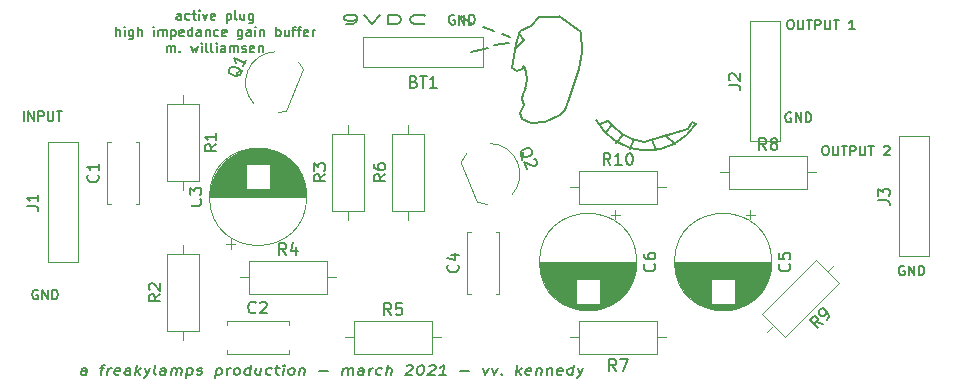
<source format=gbr>
G04 #@! TF.GenerationSoftware,KiCad,Pcbnew,(5.1.4)-1*
G04 #@! TF.CreationDate,2021-03-27T03:22:11-04:00*
G04 #@! TF.ProjectId,klark amp boards,6b6c6172-6b20-4616-9d70-20626f617264,1*
G04 #@! TF.SameCoordinates,Original*
G04 #@! TF.FileFunction,Legend,Top*
G04 #@! TF.FilePolarity,Positive*
%FSLAX46Y46*%
G04 Gerber Fmt 4.6, Leading zero omitted, Abs format (unit mm)*
G04 Created by KiCad (PCBNEW (5.1.4)-1) date 2021-03-27 03:22:11*
%MOMM*%
%LPD*%
G04 APERTURE LIST*
%ADD10C,0.152400*%
%ADD11C,0.120000*%
%ADD12C,0.150000*%
%ADD13C,1.500000*%
%ADD14C,4.300000*%
%ADD15C,1.524000*%
%ADD16O,1.600000X1.600000*%
%ADD17C,1.600000*%
%ADD18C,1.600000*%
%ADD19R,1.600000X1.600000*%
G04 APERTURE END LIST*
D10*
X183037480Y-83218020D02*
X183888380Y-83919060D01*
X181973220Y-83626960D02*
X182242460Y-84477860D01*
X180433980Y-83530440D02*
X180058060Y-84338160D01*
X179499260Y-83187540D02*
X178927760Y-83832700D01*
X185361580Y-82057240D02*
X185651140Y-82240120D01*
X184972960Y-82669380D02*
X185361580Y-82057240D01*
X181272180Y-83779360D02*
X184972960Y-82669380D01*
X180251100Y-83487260D02*
X181272180Y-83779360D01*
X179423060Y-83091020D02*
X180251100Y-83487260D01*
X178528980Y-82369660D02*
X179423060Y-83091020D01*
X178518820Y-82359500D02*
X178046380Y-82971640D01*
X178206400Y-81993740D02*
X178518820Y-82359500D01*
X177540920Y-82262980D02*
X178206400Y-81993740D01*
X185680013Y-82212307D02*
G75*
G02X177215801Y-81917539I-4146213J2613787D01*
G01*
X193705963Y-81307940D02*
X193628554Y-81269235D01*
X193512440Y-81269235D01*
X193396325Y-81307940D01*
X193318916Y-81385349D01*
X193280211Y-81462759D01*
X193241506Y-81617578D01*
X193241506Y-81733692D01*
X193280211Y-81888511D01*
X193318916Y-81965920D01*
X193396325Y-82043330D01*
X193512440Y-82082035D01*
X193589849Y-82082035D01*
X193705963Y-82043330D01*
X193744668Y-82004625D01*
X193744668Y-81733692D01*
X193589849Y-81733692D01*
X194093011Y-82082035D02*
X194093011Y-81269235D01*
X194557468Y-82082035D01*
X194557468Y-81269235D01*
X194944516Y-82082035D02*
X194944516Y-81269235D01*
X195138040Y-81269235D01*
X195254154Y-81307940D01*
X195331563Y-81385349D01*
X195370268Y-81462759D01*
X195408973Y-81617578D01*
X195408973Y-81733692D01*
X195370268Y-81888511D01*
X195331563Y-81965920D01*
X195254154Y-82043330D01*
X195138040Y-82082035D01*
X194944516Y-82082035D01*
X203284303Y-94289880D02*
X203206894Y-94251175D01*
X203090780Y-94251175D01*
X202974665Y-94289880D01*
X202897256Y-94367289D01*
X202858551Y-94444699D01*
X202819846Y-94599518D01*
X202819846Y-94715632D01*
X202858551Y-94870451D01*
X202897256Y-94947860D01*
X202974665Y-95025270D01*
X203090780Y-95063975D01*
X203168189Y-95063975D01*
X203284303Y-95025270D01*
X203323008Y-94986565D01*
X203323008Y-94715632D01*
X203168189Y-94715632D01*
X203671351Y-95063975D02*
X203671351Y-94251175D01*
X204135808Y-95063975D01*
X204135808Y-94251175D01*
X204522856Y-95063975D02*
X204522856Y-94251175D01*
X204716380Y-94251175D01*
X204832494Y-94289880D01*
X204909903Y-94367289D01*
X204948608Y-94444699D01*
X204987313Y-94599518D01*
X204987313Y-94715632D01*
X204948608Y-94870451D01*
X204909903Y-94947860D01*
X204832494Y-95025270D01*
X204716380Y-95063975D01*
X204522856Y-95063975D01*
X196555843Y-84106415D02*
X196710662Y-84106415D01*
X196788072Y-84145120D01*
X196865481Y-84222529D01*
X196904186Y-84377348D01*
X196904186Y-84648281D01*
X196865481Y-84803100D01*
X196788072Y-84880510D01*
X196710662Y-84919215D01*
X196555843Y-84919215D01*
X196478434Y-84880510D01*
X196401024Y-84803100D01*
X196362320Y-84648281D01*
X196362320Y-84377348D01*
X196401024Y-84222529D01*
X196478434Y-84145120D01*
X196555843Y-84106415D01*
X197252529Y-84106415D02*
X197252529Y-84764396D01*
X197291234Y-84841805D01*
X197329939Y-84880510D01*
X197407348Y-84919215D01*
X197562167Y-84919215D01*
X197639577Y-84880510D01*
X197678281Y-84841805D01*
X197716986Y-84764396D01*
X197716986Y-84106415D01*
X197987920Y-84106415D02*
X198452377Y-84106415D01*
X198220148Y-84919215D02*
X198220148Y-84106415D01*
X198723310Y-84919215D02*
X198723310Y-84106415D01*
X199032948Y-84106415D01*
X199110358Y-84145120D01*
X199149062Y-84183824D01*
X199187767Y-84261234D01*
X199187767Y-84377348D01*
X199149062Y-84454758D01*
X199110358Y-84493462D01*
X199032948Y-84532167D01*
X198723310Y-84532167D01*
X199536110Y-84106415D02*
X199536110Y-84764396D01*
X199574815Y-84841805D01*
X199613520Y-84880510D01*
X199690929Y-84919215D01*
X199845748Y-84919215D01*
X199923158Y-84880510D01*
X199961862Y-84841805D01*
X200000567Y-84764396D01*
X200000567Y-84106415D01*
X200271500Y-84106415D02*
X200735958Y-84106415D01*
X200503729Y-84919215D02*
X200503729Y-84106415D01*
X201587462Y-84183824D02*
X201626167Y-84145120D01*
X201703577Y-84106415D01*
X201897100Y-84106415D01*
X201974510Y-84145120D01*
X202013215Y-84183824D01*
X202051920Y-84261234D01*
X202051920Y-84338643D01*
X202013215Y-84454758D01*
X201548758Y-84919215D01*
X202051920Y-84919215D01*
X193601823Y-73438415D02*
X193756642Y-73438415D01*
X193834052Y-73477120D01*
X193911461Y-73554529D01*
X193950166Y-73709348D01*
X193950166Y-73980281D01*
X193911461Y-74135100D01*
X193834052Y-74212510D01*
X193756642Y-74251215D01*
X193601823Y-74251215D01*
X193524414Y-74212510D01*
X193447004Y-74135100D01*
X193408300Y-73980281D01*
X193408300Y-73709348D01*
X193447004Y-73554529D01*
X193524414Y-73477120D01*
X193601823Y-73438415D01*
X194298509Y-73438415D02*
X194298509Y-74096396D01*
X194337214Y-74173805D01*
X194375919Y-74212510D01*
X194453328Y-74251215D01*
X194608147Y-74251215D01*
X194685557Y-74212510D01*
X194724261Y-74173805D01*
X194762966Y-74096396D01*
X194762966Y-73438415D01*
X195033900Y-73438415D02*
X195498357Y-73438415D01*
X195266128Y-74251215D02*
X195266128Y-73438415D01*
X195769290Y-74251215D02*
X195769290Y-73438415D01*
X196078928Y-73438415D01*
X196156338Y-73477120D01*
X196195042Y-73515824D01*
X196233747Y-73593234D01*
X196233747Y-73709348D01*
X196195042Y-73786758D01*
X196156338Y-73825462D01*
X196078928Y-73864167D01*
X195769290Y-73864167D01*
X196582090Y-73438415D02*
X196582090Y-74096396D01*
X196620795Y-74173805D01*
X196659500Y-74212510D01*
X196736909Y-74251215D01*
X196891728Y-74251215D01*
X196969138Y-74212510D01*
X197007842Y-74173805D01*
X197046547Y-74096396D01*
X197046547Y-73438415D01*
X197317480Y-73438415D02*
X197781938Y-73438415D01*
X197549709Y-74251215D02*
X197549709Y-73438415D01*
X199097900Y-74251215D02*
X198633442Y-74251215D01*
X198865671Y-74251215D02*
X198865671Y-73438415D01*
X198788261Y-73554529D01*
X198710852Y-73631939D01*
X198633442Y-73670643D01*
X165212243Y-73058020D02*
X165134834Y-73019315D01*
X165018720Y-73019315D01*
X164902605Y-73058020D01*
X164825196Y-73135429D01*
X164786491Y-73212839D01*
X164747786Y-73367658D01*
X164747786Y-73483772D01*
X164786491Y-73638591D01*
X164825196Y-73716000D01*
X164902605Y-73793410D01*
X165018720Y-73832115D01*
X165096129Y-73832115D01*
X165212243Y-73793410D01*
X165250948Y-73754705D01*
X165250948Y-73483772D01*
X165096129Y-73483772D01*
X165599291Y-73832115D02*
X165599291Y-73019315D01*
X166063748Y-73832115D01*
X166063748Y-73019315D01*
X166450796Y-73832115D02*
X166450796Y-73019315D01*
X166644320Y-73019315D01*
X166760434Y-73058020D01*
X166837843Y-73135429D01*
X166876548Y-73212839D01*
X166915253Y-73367658D01*
X166915253Y-73483772D01*
X166876548Y-73638591D01*
X166837843Y-73716000D01*
X166760434Y-73793410D01*
X166644320Y-73832115D01*
X166450796Y-73832115D01*
X156030064Y-73809255D02*
X156411017Y-73809255D01*
X156601493Y-73770550D01*
X156696731Y-73731845D01*
X156887207Y-73615731D01*
X156982445Y-73460912D01*
X156982445Y-73151274D01*
X156887207Y-73073864D01*
X156791969Y-73035160D01*
X156601493Y-72996455D01*
X156220540Y-72996455D01*
X156030064Y-73035160D01*
X155934826Y-73073864D01*
X155839588Y-73151274D01*
X155839588Y-73344798D01*
X155934826Y-73422207D01*
X156030064Y-73460912D01*
X156220540Y-73499617D01*
X156601493Y-73499617D01*
X156791969Y-73460912D01*
X156887207Y-73422207D01*
X156982445Y-73344798D01*
X157553874Y-72996455D02*
X158220540Y-73809255D01*
X158887207Y-72996455D01*
X159553874Y-73809255D02*
X159553874Y-72996455D01*
X160030064Y-72996455D01*
X160315779Y-73035160D01*
X160506255Y-73112569D01*
X160601493Y-73189979D01*
X160696731Y-73344798D01*
X160696731Y-73460912D01*
X160601493Y-73615731D01*
X160506255Y-73693140D01*
X160315779Y-73770550D01*
X160030064Y-73809255D01*
X159553874Y-73809255D01*
X162696731Y-73731845D02*
X162601493Y-73770550D01*
X162315779Y-73809255D01*
X162125302Y-73809255D01*
X161839588Y-73770550D01*
X161649112Y-73693140D01*
X161553874Y-73615731D01*
X161458636Y-73460912D01*
X161458636Y-73344798D01*
X161553874Y-73189979D01*
X161649112Y-73112569D01*
X161839588Y-73035160D01*
X162125302Y-72996455D01*
X162315779Y-72996455D01*
X162601493Y-73035160D01*
X162696731Y-73073864D01*
X129941803Y-96337120D02*
X129864394Y-96298415D01*
X129748280Y-96298415D01*
X129632165Y-96337120D01*
X129554756Y-96414529D01*
X129516051Y-96491939D01*
X129477346Y-96646758D01*
X129477346Y-96762872D01*
X129516051Y-96917691D01*
X129554756Y-96995100D01*
X129632165Y-97072510D01*
X129748280Y-97111215D01*
X129825689Y-97111215D01*
X129941803Y-97072510D01*
X129980508Y-97033805D01*
X129980508Y-96762872D01*
X129825689Y-96762872D01*
X130328851Y-97111215D02*
X130328851Y-96298415D01*
X130793308Y-97111215D01*
X130793308Y-96298415D01*
X131180356Y-97111215D02*
X131180356Y-96298415D01*
X131373880Y-96298415D01*
X131489994Y-96337120D01*
X131567403Y-96414529D01*
X131606108Y-96491939D01*
X131644813Y-96646758D01*
X131644813Y-96762872D01*
X131606108Y-96917691D01*
X131567403Y-96995100D01*
X131489994Y-97072510D01*
X131373880Y-97111215D01*
X131180356Y-97111215D01*
X128736997Y-82003295D02*
X128736997Y-81190495D01*
X129124044Y-82003295D02*
X129124044Y-81190495D01*
X129588501Y-82003295D01*
X129588501Y-81190495D01*
X129975549Y-82003295D02*
X129975549Y-81190495D01*
X130285187Y-81190495D01*
X130362597Y-81229200D01*
X130401301Y-81267904D01*
X130440006Y-81345314D01*
X130440006Y-81461428D01*
X130401301Y-81538838D01*
X130362597Y-81577542D01*
X130285187Y-81616247D01*
X129975549Y-81616247D01*
X130788349Y-81190495D02*
X130788349Y-81848476D01*
X130827054Y-81925885D01*
X130865759Y-81964590D01*
X130943168Y-82003295D01*
X131097987Y-82003295D01*
X131175397Y-81964590D01*
X131214101Y-81925885D01*
X131252806Y-81848476D01*
X131252806Y-81190495D01*
X131523740Y-81190495D02*
X131988197Y-81190495D01*
X131755968Y-82003295D02*
X131755968Y-81190495D01*
X168081960Y-75819000D02*
X166636700Y-76200000D01*
X169872660Y-75366880D02*
X168569640Y-75603100D01*
X165750240Y-73134220D02*
X166743380Y-73759060D01*
X167612060Y-74020680D02*
X168587420Y-74416920D01*
X169219880Y-74615040D02*
X169943780Y-74922380D01*
X171089320Y-75153520D02*
X170395900Y-75831700D01*
X170652440Y-74658220D02*
X171089320Y-75153520D01*
X175925480Y-74462640D02*
X174043340Y-73136760D01*
X176001680Y-76151740D02*
X175925480Y-74462640D01*
X175760380Y-77597000D02*
X176001680Y-76151740D01*
X175414940Y-78577440D02*
X175760380Y-77597000D01*
X175188880Y-79390240D02*
X175414940Y-78577440D01*
X174917100Y-80175100D02*
X175188880Y-79390240D01*
X174553880Y-81048860D02*
X174917100Y-80175100D01*
X174193200Y-81528920D02*
X174553880Y-81048860D01*
X172913040Y-82087720D02*
X174193200Y-81528920D01*
X171737020Y-82161380D02*
X172913040Y-82087720D01*
X170954700Y-81800700D02*
X171737020Y-82161380D01*
X170804840Y-81287620D02*
X170954700Y-81800700D01*
X170954700Y-80957420D02*
X170804840Y-81287620D01*
X171135040Y-80624680D02*
X170954700Y-80957420D01*
X170969940Y-80098900D02*
X171135040Y-80624680D01*
X171043600Y-79750920D02*
X170969940Y-80098900D01*
X171254420Y-79225140D02*
X171043600Y-79750920D01*
X171320460Y-78557120D02*
X171211240Y-79298800D01*
X171246800Y-77889100D02*
X171320460Y-78557120D01*
X171135040Y-77335380D02*
X171246800Y-77889100D01*
X170949620Y-77594460D02*
X171135040Y-77335380D01*
X170543220Y-77779880D02*
X170949620Y-77594460D01*
X170098720Y-77520800D02*
X170543220Y-77779880D01*
X170246040Y-76520040D02*
X170098720Y-77520800D01*
X170431460Y-75481180D02*
X170246040Y-76520040D01*
X170728640Y-74406760D02*
X170431460Y-75481180D01*
X171655740Y-73924160D02*
X170728640Y-74406760D01*
X172359320Y-73182480D02*
X171655740Y-73924160D01*
X174137320Y-73220580D02*
X172359320Y-73182480D01*
X134018150Y-103476455D02*
X134071369Y-103050702D01*
X134033427Y-102973293D01*
X133943027Y-102934588D01*
X133752550Y-102934588D01*
X133652474Y-102973293D01*
X134022988Y-103437750D02*
X133922912Y-103476455D01*
X133684817Y-103476455D01*
X133594417Y-103437750D01*
X133556474Y-103360340D01*
X133566150Y-103282931D01*
X133623446Y-103205521D01*
X133723522Y-103166817D01*
X133961617Y-103166817D01*
X134061693Y-103128112D01*
X135181122Y-102934588D02*
X135562074Y-102934588D01*
X135256246Y-103476455D02*
X135343331Y-102779769D01*
X135400627Y-102702360D01*
X135500703Y-102663655D01*
X135595941Y-102663655D01*
X135827674Y-103476455D02*
X135895407Y-102934588D01*
X135876055Y-103089407D02*
X135933350Y-103011998D01*
X135985807Y-102973293D01*
X136085884Y-102934588D01*
X136181122Y-102934588D01*
X136832512Y-103437750D02*
X136732436Y-103476455D01*
X136541960Y-103476455D01*
X136451560Y-103437750D01*
X136413617Y-103360340D01*
X136452322Y-103050702D01*
X136509617Y-102973293D01*
X136609693Y-102934588D01*
X136800169Y-102934588D01*
X136890569Y-102973293D01*
X136928512Y-103050702D01*
X136918836Y-103128112D01*
X136432969Y-103205521D01*
X137732436Y-103476455D02*
X137785655Y-103050702D01*
X137747712Y-102973293D01*
X137657312Y-102934588D01*
X137466836Y-102934588D01*
X137366760Y-102973293D01*
X137737274Y-103437750D02*
X137637198Y-103476455D01*
X137399103Y-103476455D01*
X137308703Y-103437750D01*
X137270760Y-103360340D01*
X137280436Y-103282931D01*
X137337731Y-103205521D01*
X137437807Y-103166817D01*
X137675903Y-103166817D01*
X137775979Y-103128112D01*
X138208627Y-103476455D02*
X138310227Y-102663655D01*
X138342569Y-103166817D02*
X138589579Y-103476455D01*
X138657312Y-102934588D02*
X138237655Y-103244226D01*
X138990646Y-102934588D02*
X139161007Y-103476455D01*
X139466836Y-102934588D02*
X139161007Y-103476455D01*
X139041579Y-103669979D01*
X138989122Y-103708683D01*
X138889046Y-103747388D01*
X139922912Y-103476455D02*
X139832512Y-103437750D01*
X139794569Y-103360340D01*
X139881655Y-102663655D01*
X140732436Y-103476455D02*
X140785655Y-103050702D01*
X140747712Y-102973293D01*
X140657312Y-102934588D01*
X140466836Y-102934588D01*
X140366760Y-102973293D01*
X140737274Y-103437750D02*
X140637198Y-103476455D01*
X140399103Y-103476455D01*
X140308703Y-103437750D01*
X140270760Y-103360340D01*
X140280436Y-103282931D01*
X140337731Y-103205521D01*
X140437807Y-103166817D01*
X140675903Y-103166817D01*
X140775979Y-103128112D01*
X141208627Y-103476455D02*
X141276360Y-102934588D01*
X141266684Y-103011998D02*
X141319141Y-102973293D01*
X141419217Y-102934588D01*
X141562074Y-102934588D01*
X141652474Y-102973293D01*
X141690417Y-103050702D01*
X141637198Y-103476455D01*
X141690417Y-103050702D02*
X141747712Y-102973293D01*
X141847788Y-102934588D01*
X141990646Y-102934588D01*
X142081046Y-102973293D01*
X142118988Y-103050702D01*
X142065769Y-103476455D01*
X142609693Y-102934588D02*
X142508093Y-103747388D01*
X142604855Y-102973293D02*
X142704931Y-102934588D01*
X142895407Y-102934588D01*
X142985807Y-102973293D01*
X143028588Y-103011998D01*
X143066531Y-103089407D01*
X143037503Y-103321636D01*
X142980207Y-103399045D01*
X142927750Y-103437750D01*
X142827674Y-103476455D01*
X142637198Y-103476455D01*
X142546798Y-103437750D01*
X143403941Y-103437750D02*
X143494341Y-103476455D01*
X143684817Y-103476455D01*
X143784893Y-103437750D01*
X143842188Y-103360340D01*
X143847027Y-103321636D01*
X143809084Y-103244226D01*
X143718684Y-103205521D01*
X143575827Y-103205521D01*
X143485427Y-103166817D01*
X143447484Y-103089407D01*
X143452322Y-103050702D01*
X143509617Y-102973293D01*
X143609693Y-102934588D01*
X143752550Y-102934588D01*
X143842950Y-102973293D01*
X145085884Y-102934588D02*
X144984284Y-103747388D01*
X145081046Y-102973293D02*
X145181122Y-102934588D01*
X145371598Y-102934588D01*
X145461998Y-102973293D01*
X145504779Y-103011998D01*
X145542722Y-103089407D01*
X145513693Y-103321636D01*
X145456398Y-103399045D01*
X145403941Y-103437750D01*
X145303865Y-103476455D01*
X145113388Y-103476455D01*
X145022988Y-103437750D01*
X145922912Y-103476455D02*
X145990646Y-102934588D01*
X145971293Y-103089407D02*
X146028588Y-103011998D01*
X146081046Y-102973293D01*
X146181122Y-102934588D01*
X146276360Y-102934588D01*
X146684817Y-103476455D02*
X146594417Y-103437750D01*
X146551636Y-103399045D01*
X146513693Y-103321636D01*
X146542722Y-103089407D01*
X146600017Y-103011998D01*
X146652474Y-102973293D01*
X146752550Y-102934588D01*
X146895407Y-102934588D01*
X146985807Y-102973293D01*
X147028588Y-103011998D01*
X147066531Y-103089407D01*
X147037503Y-103321636D01*
X146980207Y-103399045D01*
X146927750Y-103437750D01*
X146827674Y-103476455D01*
X146684817Y-103476455D01*
X147875293Y-103476455D02*
X147976893Y-102663655D01*
X147880131Y-103437750D02*
X147780055Y-103476455D01*
X147589579Y-103476455D01*
X147499179Y-103437750D01*
X147456398Y-103399045D01*
X147418455Y-103321636D01*
X147447484Y-103089407D01*
X147504779Y-103011998D01*
X147557236Y-102973293D01*
X147657312Y-102934588D01*
X147847788Y-102934588D01*
X147938188Y-102973293D01*
X148847788Y-102934588D02*
X148780055Y-103476455D01*
X148419217Y-102934588D02*
X148365998Y-103360340D01*
X148403941Y-103437750D01*
X148494341Y-103476455D01*
X148637198Y-103476455D01*
X148737274Y-103437750D01*
X148789731Y-103399045D01*
X149689655Y-103437750D02*
X149589579Y-103476455D01*
X149399103Y-103476455D01*
X149308703Y-103437750D01*
X149265922Y-103399045D01*
X149227979Y-103321636D01*
X149257007Y-103089407D01*
X149314303Y-103011998D01*
X149366760Y-102973293D01*
X149466836Y-102934588D01*
X149657312Y-102934588D01*
X149747712Y-102973293D01*
X150038265Y-102934588D02*
X150419217Y-102934588D01*
X150214988Y-102663655D02*
X150127903Y-103360340D01*
X150165846Y-103437750D01*
X150256246Y-103476455D01*
X150351484Y-103476455D01*
X150684817Y-103476455D02*
X150752550Y-102934588D01*
X150786417Y-102663655D02*
X150733960Y-102702360D01*
X150776741Y-102741064D01*
X150829198Y-102702360D01*
X150786417Y-102663655D01*
X150776741Y-102741064D01*
X151303865Y-103476455D02*
X151213465Y-103437750D01*
X151170684Y-103399045D01*
X151132741Y-103321636D01*
X151161769Y-103089407D01*
X151219065Y-103011998D01*
X151271522Y-102973293D01*
X151371598Y-102934588D01*
X151514455Y-102934588D01*
X151604855Y-102973293D01*
X151647636Y-103011998D01*
X151685579Y-103089407D01*
X151656550Y-103321636D01*
X151599255Y-103399045D01*
X151546798Y-103437750D01*
X151446722Y-103476455D01*
X151303865Y-103476455D01*
X152133503Y-102934588D02*
X152065769Y-103476455D01*
X152123827Y-103011998D02*
X152176284Y-102973293D01*
X152276360Y-102934588D01*
X152419217Y-102934588D01*
X152509617Y-102973293D01*
X152547560Y-103050702D01*
X152494341Y-103476455D01*
X153771141Y-103166817D02*
X154533046Y-103166817D01*
X155732436Y-103476455D02*
X155800169Y-102934588D01*
X155790493Y-103011998D02*
X155842950Y-102973293D01*
X155943027Y-102934588D01*
X156085884Y-102934588D01*
X156176284Y-102973293D01*
X156214227Y-103050702D01*
X156161007Y-103476455D01*
X156214227Y-103050702D02*
X156271522Y-102973293D01*
X156371598Y-102934588D01*
X156514455Y-102934588D01*
X156604855Y-102973293D01*
X156642798Y-103050702D01*
X156589579Y-103476455D01*
X157494341Y-103476455D02*
X157547560Y-103050702D01*
X157509617Y-102973293D01*
X157419217Y-102934588D01*
X157228741Y-102934588D01*
X157128665Y-102973293D01*
X157499179Y-103437750D02*
X157399103Y-103476455D01*
X157161007Y-103476455D01*
X157070607Y-103437750D01*
X157032665Y-103360340D01*
X157042341Y-103282931D01*
X157099636Y-103205521D01*
X157199712Y-103166817D01*
X157437807Y-103166817D01*
X157537884Y-103128112D01*
X157970531Y-103476455D02*
X158038265Y-102934588D01*
X158018912Y-103089407D02*
X158076207Y-103011998D01*
X158128665Y-102973293D01*
X158228741Y-102934588D01*
X158323979Y-102934588D01*
X159022988Y-103437750D02*
X158922912Y-103476455D01*
X158732436Y-103476455D01*
X158642036Y-103437750D01*
X158599255Y-103399045D01*
X158561312Y-103321636D01*
X158590341Y-103089407D01*
X158647636Y-103011998D01*
X158700093Y-102973293D01*
X158800169Y-102934588D01*
X158990646Y-102934588D01*
X159081046Y-102973293D01*
X159446722Y-103476455D02*
X159548322Y-102663655D01*
X159875293Y-103476455D02*
X159928512Y-103050702D01*
X159890569Y-102973293D01*
X159800169Y-102934588D01*
X159657312Y-102934588D01*
X159557236Y-102973293D01*
X159504779Y-103011998D01*
X161157693Y-102741064D02*
X161210150Y-102702360D01*
X161310227Y-102663655D01*
X161548322Y-102663655D01*
X161638722Y-102702360D01*
X161681503Y-102741064D01*
X161719446Y-102818474D01*
X161709769Y-102895883D01*
X161647636Y-103011998D01*
X161018150Y-103476455D01*
X161637198Y-103476455D01*
X162357846Y-102663655D02*
X162453084Y-102663655D01*
X162543484Y-102702360D01*
X162586265Y-102741064D01*
X162624207Y-102818474D01*
X162652474Y-102973293D01*
X162628284Y-103166817D01*
X162561312Y-103321636D01*
X162504017Y-103399045D01*
X162451560Y-103437750D01*
X162351484Y-103476455D01*
X162256246Y-103476455D01*
X162165846Y-103437750D01*
X162123065Y-103399045D01*
X162085122Y-103321636D01*
X162056855Y-103166817D01*
X162081046Y-102973293D01*
X162148017Y-102818474D01*
X162205312Y-102741064D01*
X162257769Y-102702360D01*
X162357846Y-102663655D01*
X163062455Y-102741064D02*
X163114912Y-102702360D01*
X163214988Y-102663655D01*
X163453084Y-102663655D01*
X163543484Y-102702360D01*
X163586265Y-102741064D01*
X163624207Y-102818474D01*
X163614531Y-102895883D01*
X163552398Y-103011998D01*
X162922912Y-103476455D01*
X163541960Y-103476455D01*
X164494341Y-103476455D02*
X163922912Y-103476455D01*
X164208627Y-103476455D02*
X164310227Y-102663655D01*
X164200474Y-102779769D01*
X164095560Y-102857179D01*
X163995484Y-102895883D01*
X165723522Y-103166817D02*
X166485427Y-103166817D01*
X167657312Y-102934588D02*
X167827674Y-103476455D01*
X168133503Y-102934588D01*
X168419217Y-102934588D02*
X168589579Y-103476455D01*
X168895407Y-102934588D01*
X169218303Y-103399045D02*
X169261084Y-103437750D01*
X169208627Y-103476455D01*
X169165846Y-103437750D01*
X169218303Y-103399045D01*
X169208627Y-103476455D01*
X170446722Y-103476455D02*
X170548322Y-102663655D01*
X170580665Y-103166817D02*
X170827674Y-103476455D01*
X170895407Y-102934588D02*
X170475750Y-103244226D01*
X171642036Y-103437750D02*
X171541960Y-103476455D01*
X171351484Y-103476455D01*
X171261084Y-103437750D01*
X171223141Y-103360340D01*
X171261846Y-103050702D01*
X171319141Y-102973293D01*
X171419217Y-102934588D01*
X171609693Y-102934588D01*
X171700093Y-102973293D01*
X171738036Y-103050702D01*
X171728360Y-103128112D01*
X171242493Y-103205521D01*
X172181122Y-102934588D02*
X172113388Y-103476455D01*
X172171446Y-103011998D02*
X172223903Y-102973293D01*
X172323979Y-102934588D01*
X172466836Y-102934588D01*
X172557236Y-102973293D01*
X172595179Y-103050702D01*
X172541960Y-103476455D01*
X173085884Y-102934588D02*
X173018150Y-103476455D01*
X173076207Y-103011998D02*
X173128665Y-102973293D01*
X173228741Y-102934588D01*
X173371598Y-102934588D01*
X173461998Y-102973293D01*
X173499941Y-103050702D01*
X173446722Y-103476455D01*
X174308703Y-103437750D02*
X174208627Y-103476455D01*
X174018150Y-103476455D01*
X173927750Y-103437750D01*
X173889807Y-103360340D01*
X173928512Y-103050702D01*
X173985807Y-102973293D01*
X174085884Y-102934588D01*
X174276360Y-102934588D01*
X174366760Y-102973293D01*
X174404703Y-103050702D01*
X174395027Y-103128112D01*
X173909160Y-103205521D01*
X175208627Y-103476455D02*
X175310227Y-102663655D01*
X175213465Y-103437750D02*
X175113388Y-103476455D01*
X174922912Y-103476455D01*
X174832512Y-103437750D01*
X174789731Y-103399045D01*
X174751788Y-103321636D01*
X174780817Y-103089407D01*
X174838112Y-103011998D01*
X174890569Y-102973293D01*
X174990646Y-102934588D01*
X175181122Y-102934588D01*
X175271522Y-102973293D01*
X175657312Y-102934588D02*
X175827674Y-103476455D01*
X176133503Y-102934588D02*
X175827674Y-103476455D01*
X175708246Y-103669979D01*
X175655788Y-103708683D01*
X175555712Y-103747388D01*
X142051435Y-73440955D02*
X142051435Y-73015202D01*
X142012730Y-72937793D01*
X141935320Y-72899088D01*
X141780501Y-72899088D01*
X141703092Y-72937793D01*
X142051435Y-73402250D02*
X141974025Y-73440955D01*
X141780501Y-73440955D01*
X141703092Y-73402250D01*
X141664387Y-73324840D01*
X141664387Y-73247431D01*
X141703092Y-73170021D01*
X141780501Y-73131317D01*
X141974025Y-73131317D01*
X142051435Y-73092612D01*
X142786825Y-73402250D02*
X142709416Y-73440955D01*
X142554597Y-73440955D01*
X142477187Y-73402250D01*
X142438482Y-73363545D01*
X142399778Y-73286136D01*
X142399778Y-73053907D01*
X142438482Y-72976498D01*
X142477187Y-72937793D01*
X142554597Y-72899088D01*
X142709416Y-72899088D01*
X142786825Y-72937793D01*
X143019054Y-72899088D02*
X143328692Y-72899088D01*
X143135168Y-72628155D02*
X143135168Y-73324840D01*
X143173873Y-73402250D01*
X143251282Y-73440955D01*
X143328692Y-73440955D01*
X143599625Y-73440955D02*
X143599625Y-72899088D01*
X143599625Y-72628155D02*
X143560920Y-72666860D01*
X143599625Y-72705564D01*
X143638330Y-72666860D01*
X143599625Y-72628155D01*
X143599625Y-72705564D01*
X143909263Y-72899088D02*
X144102787Y-73440955D01*
X144296311Y-72899088D01*
X144915587Y-73402250D02*
X144838178Y-73440955D01*
X144683359Y-73440955D01*
X144605949Y-73402250D01*
X144567244Y-73324840D01*
X144567244Y-73015202D01*
X144605949Y-72937793D01*
X144683359Y-72899088D01*
X144838178Y-72899088D01*
X144915587Y-72937793D01*
X144954292Y-73015202D01*
X144954292Y-73092612D01*
X144567244Y-73170021D01*
X145921911Y-72899088D02*
X145921911Y-73711888D01*
X145921911Y-72937793D02*
X145999320Y-72899088D01*
X146154140Y-72899088D01*
X146231549Y-72937793D01*
X146270254Y-72976498D01*
X146308959Y-73053907D01*
X146308959Y-73286136D01*
X146270254Y-73363545D01*
X146231549Y-73402250D01*
X146154140Y-73440955D01*
X145999320Y-73440955D01*
X145921911Y-73402250D01*
X146773416Y-73440955D02*
X146696006Y-73402250D01*
X146657301Y-73324840D01*
X146657301Y-72628155D01*
X147431397Y-72899088D02*
X147431397Y-73440955D01*
X147083054Y-72899088D02*
X147083054Y-73324840D01*
X147121759Y-73402250D01*
X147199168Y-73440955D01*
X147315282Y-73440955D01*
X147392692Y-73402250D01*
X147431397Y-73363545D01*
X148166787Y-72899088D02*
X148166787Y-73557069D01*
X148128082Y-73634479D01*
X148089378Y-73673183D01*
X148011968Y-73711888D01*
X147895854Y-73711888D01*
X147818444Y-73673183D01*
X148166787Y-73402250D02*
X148089378Y-73440955D01*
X147934559Y-73440955D01*
X147857149Y-73402250D01*
X147818444Y-73363545D01*
X147779740Y-73286136D01*
X147779740Y-73053907D01*
X147818444Y-72976498D01*
X147857149Y-72937793D01*
X147934559Y-72899088D01*
X148089378Y-72899088D01*
X148166787Y-72937793D01*
X136555359Y-74812555D02*
X136555359Y-73999755D01*
X136903701Y-74812555D02*
X136903701Y-74386802D01*
X136864997Y-74309393D01*
X136787587Y-74270688D01*
X136671473Y-74270688D01*
X136594063Y-74309393D01*
X136555359Y-74348098D01*
X137290749Y-74812555D02*
X137290749Y-74270688D01*
X137290749Y-73999755D02*
X137252044Y-74038460D01*
X137290749Y-74077164D01*
X137329454Y-74038460D01*
X137290749Y-73999755D01*
X137290749Y-74077164D01*
X138026140Y-74270688D02*
X138026140Y-74928669D01*
X137987435Y-75006079D01*
X137948730Y-75044783D01*
X137871320Y-75083488D01*
X137755206Y-75083488D01*
X137677797Y-75044783D01*
X138026140Y-74773850D02*
X137948730Y-74812555D01*
X137793911Y-74812555D01*
X137716501Y-74773850D01*
X137677797Y-74735145D01*
X137639092Y-74657736D01*
X137639092Y-74425507D01*
X137677797Y-74348098D01*
X137716501Y-74309393D01*
X137793911Y-74270688D01*
X137948730Y-74270688D01*
X138026140Y-74309393D01*
X138413187Y-74812555D02*
X138413187Y-73999755D01*
X138761530Y-74812555D02*
X138761530Y-74386802D01*
X138722825Y-74309393D01*
X138645416Y-74270688D01*
X138529301Y-74270688D01*
X138451892Y-74309393D01*
X138413187Y-74348098D01*
X139767854Y-74812555D02*
X139767854Y-74270688D01*
X139767854Y-73999755D02*
X139729149Y-74038460D01*
X139767854Y-74077164D01*
X139806559Y-74038460D01*
X139767854Y-73999755D01*
X139767854Y-74077164D01*
X140154901Y-74812555D02*
X140154901Y-74270688D01*
X140154901Y-74348098D02*
X140193606Y-74309393D01*
X140271016Y-74270688D01*
X140387130Y-74270688D01*
X140464540Y-74309393D01*
X140503244Y-74386802D01*
X140503244Y-74812555D01*
X140503244Y-74386802D02*
X140541949Y-74309393D01*
X140619359Y-74270688D01*
X140735473Y-74270688D01*
X140812882Y-74309393D01*
X140851587Y-74386802D01*
X140851587Y-74812555D01*
X141238635Y-74270688D02*
X141238635Y-75083488D01*
X141238635Y-74309393D02*
X141316044Y-74270688D01*
X141470863Y-74270688D01*
X141548273Y-74309393D01*
X141586978Y-74348098D01*
X141625682Y-74425507D01*
X141625682Y-74657736D01*
X141586978Y-74735145D01*
X141548273Y-74773850D01*
X141470863Y-74812555D01*
X141316044Y-74812555D01*
X141238635Y-74773850D01*
X142283663Y-74773850D02*
X142206254Y-74812555D01*
X142051435Y-74812555D01*
X141974025Y-74773850D01*
X141935320Y-74696440D01*
X141935320Y-74386802D01*
X141974025Y-74309393D01*
X142051435Y-74270688D01*
X142206254Y-74270688D01*
X142283663Y-74309393D01*
X142322368Y-74386802D01*
X142322368Y-74464212D01*
X141935320Y-74541621D01*
X143019054Y-74812555D02*
X143019054Y-73999755D01*
X143019054Y-74773850D02*
X142941644Y-74812555D01*
X142786825Y-74812555D01*
X142709416Y-74773850D01*
X142670711Y-74735145D01*
X142632006Y-74657736D01*
X142632006Y-74425507D01*
X142670711Y-74348098D01*
X142709416Y-74309393D01*
X142786825Y-74270688D01*
X142941644Y-74270688D01*
X143019054Y-74309393D01*
X143754444Y-74812555D02*
X143754444Y-74386802D01*
X143715740Y-74309393D01*
X143638330Y-74270688D01*
X143483511Y-74270688D01*
X143406101Y-74309393D01*
X143754444Y-74773850D02*
X143677035Y-74812555D01*
X143483511Y-74812555D01*
X143406101Y-74773850D01*
X143367397Y-74696440D01*
X143367397Y-74619031D01*
X143406101Y-74541621D01*
X143483511Y-74502917D01*
X143677035Y-74502917D01*
X143754444Y-74464212D01*
X144141492Y-74270688D02*
X144141492Y-74812555D01*
X144141492Y-74348098D02*
X144180197Y-74309393D01*
X144257606Y-74270688D01*
X144373720Y-74270688D01*
X144451130Y-74309393D01*
X144489835Y-74386802D01*
X144489835Y-74812555D01*
X145225225Y-74773850D02*
X145147816Y-74812555D01*
X144992997Y-74812555D01*
X144915587Y-74773850D01*
X144876882Y-74735145D01*
X144838178Y-74657736D01*
X144838178Y-74425507D01*
X144876882Y-74348098D01*
X144915587Y-74309393D01*
X144992997Y-74270688D01*
X145147816Y-74270688D01*
X145225225Y-74309393D01*
X145883206Y-74773850D02*
X145805797Y-74812555D01*
X145650978Y-74812555D01*
X145573568Y-74773850D01*
X145534863Y-74696440D01*
X145534863Y-74386802D01*
X145573568Y-74309393D01*
X145650978Y-74270688D01*
X145805797Y-74270688D01*
X145883206Y-74309393D01*
X145921911Y-74386802D01*
X145921911Y-74464212D01*
X145534863Y-74541621D01*
X147237873Y-74270688D02*
X147237873Y-74928669D01*
X147199168Y-75006079D01*
X147160463Y-75044783D01*
X147083054Y-75083488D01*
X146966940Y-75083488D01*
X146889530Y-75044783D01*
X147237873Y-74773850D02*
X147160463Y-74812555D01*
X147005644Y-74812555D01*
X146928235Y-74773850D01*
X146889530Y-74735145D01*
X146850825Y-74657736D01*
X146850825Y-74425507D01*
X146889530Y-74348098D01*
X146928235Y-74309393D01*
X147005644Y-74270688D01*
X147160463Y-74270688D01*
X147237873Y-74309393D01*
X147973263Y-74812555D02*
X147973263Y-74386802D01*
X147934559Y-74309393D01*
X147857149Y-74270688D01*
X147702330Y-74270688D01*
X147624920Y-74309393D01*
X147973263Y-74773850D02*
X147895854Y-74812555D01*
X147702330Y-74812555D01*
X147624920Y-74773850D01*
X147586216Y-74696440D01*
X147586216Y-74619031D01*
X147624920Y-74541621D01*
X147702330Y-74502917D01*
X147895854Y-74502917D01*
X147973263Y-74464212D01*
X148360311Y-74812555D02*
X148360311Y-74270688D01*
X148360311Y-73999755D02*
X148321606Y-74038460D01*
X148360311Y-74077164D01*
X148399016Y-74038460D01*
X148360311Y-73999755D01*
X148360311Y-74077164D01*
X148747359Y-74270688D02*
X148747359Y-74812555D01*
X148747359Y-74348098D02*
X148786063Y-74309393D01*
X148863473Y-74270688D01*
X148979587Y-74270688D01*
X149056997Y-74309393D01*
X149095701Y-74386802D01*
X149095701Y-74812555D01*
X150102025Y-74812555D02*
X150102025Y-73999755D01*
X150102025Y-74309393D02*
X150179435Y-74270688D01*
X150334254Y-74270688D01*
X150411663Y-74309393D01*
X150450368Y-74348098D01*
X150489073Y-74425507D01*
X150489073Y-74657736D01*
X150450368Y-74735145D01*
X150411663Y-74773850D01*
X150334254Y-74812555D01*
X150179435Y-74812555D01*
X150102025Y-74773850D01*
X151185759Y-74270688D02*
X151185759Y-74812555D01*
X150837416Y-74270688D02*
X150837416Y-74696440D01*
X150876120Y-74773850D01*
X150953530Y-74812555D01*
X151069644Y-74812555D01*
X151147054Y-74773850D01*
X151185759Y-74735145D01*
X151456692Y-74270688D02*
X151766330Y-74270688D01*
X151572806Y-74812555D02*
X151572806Y-74115869D01*
X151611511Y-74038460D01*
X151688920Y-73999755D01*
X151766330Y-73999755D01*
X151921149Y-74270688D02*
X152230787Y-74270688D01*
X152037263Y-74812555D02*
X152037263Y-74115869D01*
X152075968Y-74038460D01*
X152153378Y-73999755D01*
X152230787Y-73999755D01*
X152811359Y-74773850D02*
X152733949Y-74812555D01*
X152579130Y-74812555D01*
X152501720Y-74773850D01*
X152463016Y-74696440D01*
X152463016Y-74386802D01*
X152501720Y-74309393D01*
X152579130Y-74270688D01*
X152733949Y-74270688D01*
X152811359Y-74309393D01*
X152850063Y-74386802D01*
X152850063Y-74464212D01*
X152463016Y-74541621D01*
X153198406Y-74812555D02*
X153198406Y-74270688D01*
X153198406Y-74425507D02*
X153237111Y-74348098D01*
X153275816Y-74309393D01*
X153353225Y-74270688D01*
X153430635Y-74270688D01*
X140890292Y-76184155D02*
X140890292Y-75642288D01*
X140890292Y-75719698D02*
X140928997Y-75680993D01*
X141006406Y-75642288D01*
X141122520Y-75642288D01*
X141199930Y-75680993D01*
X141238635Y-75758402D01*
X141238635Y-76184155D01*
X141238635Y-75758402D02*
X141277340Y-75680993D01*
X141354749Y-75642288D01*
X141470863Y-75642288D01*
X141548273Y-75680993D01*
X141586978Y-75758402D01*
X141586978Y-76184155D01*
X141974025Y-76106745D02*
X142012730Y-76145450D01*
X141974025Y-76184155D01*
X141935320Y-76145450D01*
X141974025Y-76106745D01*
X141974025Y-76184155D01*
X142902940Y-75642288D02*
X143057759Y-76184155D01*
X143212578Y-75797107D01*
X143367397Y-76184155D01*
X143522216Y-75642288D01*
X143831854Y-76184155D02*
X143831854Y-75642288D01*
X143831854Y-75371355D02*
X143793149Y-75410060D01*
X143831854Y-75448764D01*
X143870559Y-75410060D01*
X143831854Y-75371355D01*
X143831854Y-75448764D01*
X144335016Y-76184155D02*
X144257606Y-76145450D01*
X144218901Y-76068040D01*
X144218901Y-75371355D01*
X144760768Y-76184155D02*
X144683359Y-76145450D01*
X144644654Y-76068040D01*
X144644654Y-75371355D01*
X145070406Y-76184155D02*
X145070406Y-75642288D01*
X145070406Y-75371355D02*
X145031701Y-75410060D01*
X145070406Y-75448764D01*
X145109111Y-75410060D01*
X145070406Y-75371355D01*
X145070406Y-75448764D01*
X145805797Y-76184155D02*
X145805797Y-75758402D01*
X145767092Y-75680993D01*
X145689682Y-75642288D01*
X145534863Y-75642288D01*
X145457454Y-75680993D01*
X145805797Y-76145450D02*
X145728387Y-76184155D01*
X145534863Y-76184155D01*
X145457454Y-76145450D01*
X145418749Y-76068040D01*
X145418749Y-75990631D01*
X145457454Y-75913221D01*
X145534863Y-75874517D01*
X145728387Y-75874517D01*
X145805797Y-75835812D01*
X146192844Y-76184155D02*
X146192844Y-75642288D01*
X146192844Y-75719698D02*
X146231549Y-75680993D01*
X146308959Y-75642288D01*
X146425073Y-75642288D01*
X146502482Y-75680993D01*
X146541187Y-75758402D01*
X146541187Y-76184155D01*
X146541187Y-75758402D02*
X146579892Y-75680993D01*
X146657301Y-75642288D01*
X146773416Y-75642288D01*
X146850825Y-75680993D01*
X146889530Y-75758402D01*
X146889530Y-76184155D01*
X147237873Y-76145450D02*
X147315282Y-76184155D01*
X147470101Y-76184155D01*
X147547511Y-76145450D01*
X147586216Y-76068040D01*
X147586216Y-76029336D01*
X147547511Y-75951926D01*
X147470101Y-75913221D01*
X147353987Y-75913221D01*
X147276578Y-75874517D01*
X147237873Y-75797107D01*
X147237873Y-75758402D01*
X147276578Y-75680993D01*
X147353987Y-75642288D01*
X147470101Y-75642288D01*
X147547511Y-75680993D01*
X148244197Y-76145450D02*
X148166787Y-76184155D01*
X148011968Y-76184155D01*
X147934559Y-76145450D01*
X147895854Y-76068040D01*
X147895854Y-75758402D01*
X147934559Y-75680993D01*
X148011968Y-75642288D01*
X148166787Y-75642288D01*
X148244197Y-75680993D01*
X148282901Y-75758402D01*
X148282901Y-75835812D01*
X147895854Y-75913221D01*
X148631244Y-75642288D02*
X148631244Y-76184155D01*
X148631244Y-75719698D02*
X148669949Y-75680993D01*
X148747359Y-75642288D01*
X148863473Y-75642288D01*
X148940882Y-75680993D01*
X148979587Y-75758402D01*
X148979587Y-76184155D01*
D11*
X168014535Y-89078875D02*
G75*
G02X167142089Y-88872882I147901J2576941D01*
G01*
X170079357Y-88258469D02*
G75*
G03X170564523Y-85506957I-1916921J1756535D01*
G01*
X168275846Y-83904409D02*
G75*
G02X170564523Y-85506957I-113410J-2597525D01*
G01*
X166235682Y-84784343D02*
G75*
G03X165764429Y-85546915I1926754J-1717591D01*
G01*
X165764429Y-85546915D02*
X167142089Y-88872882D01*
X152029497Y-77033747D02*
G75*
G02X152422336Y-77621178I-1908681J-1701479D01*
G01*
X150007406Y-76137701D02*
G75*
G03X147718729Y-77740249I113410J-2597525D01*
G01*
X148203895Y-80491761D02*
G75*
G02X147718729Y-77740249I1916921J1756535D01*
G01*
X150268618Y-81310445D02*
G75*
G03X150949005Y-81178114I-147802J2575219D01*
G01*
X150949005Y-81178114D02*
X152422336Y-77621178D01*
X190243460Y-73560940D02*
X192783460Y-73560940D01*
X190243460Y-83720940D02*
X190243460Y-73560940D01*
X192783460Y-83720940D02*
X190243460Y-83720940D01*
X192783460Y-73560940D02*
X192783460Y-83720940D01*
X157480000Y-77470000D02*
X157480000Y-74930000D01*
X167640000Y-77470000D02*
X157480000Y-77470000D01*
X167640000Y-74930000D02*
X167640000Y-77470000D01*
X157480000Y-74930000D02*
X167640000Y-74930000D01*
X183110000Y-87630000D02*
X182340000Y-87630000D01*
X175030000Y-87630000D02*
X175800000Y-87630000D01*
X182340000Y-86260000D02*
X175800000Y-86260000D01*
X182340000Y-89000000D02*
X182340000Y-86260000D01*
X175800000Y-89000000D02*
X182340000Y-89000000D01*
X175800000Y-86260000D02*
X175800000Y-89000000D01*
X191663566Y-99895414D02*
X192208038Y-99350942D01*
X197376989Y-94181991D02*
X196832517Y-94726463D01*
X193176775Y-100319678D02*
X197801253Y-95695200D01*
X191239302Y-98382205D02*
X193176775Y-100319678D01*
X195863780Y-93757727D02*
X191239302Y-98382205D01*
X197801253Y-95695200D02*
X195863780Y-93757727D01*
X195810000Y-86360000D02*
X195040000Y-86360000D01*
X187730000Y-86360000D02*
X188500000Y-86360000D01*
X195040000Y-84990000D02*
X188500000Y-84990000D01*
X195040000Y-87730000D02*
X195040000Y-84990000D01*
X188500000Y-87730000D02*
X195040000Y-87730000D01*
X188500000Y-84990000D02*
X188500000Y-87730000D01*
X175030000Y-100330000D02*
X175800000Y-100330000D01*
X183110000Y-100330000D02*
X182340000Y-100330000D01*
X175800000Y-101700000D02*
X182340000Y-101700000D01*
X175800000Y-98960000D02*
X175800000Y-101700000D01*
X182340000Y-98960000D02*
X175800000Y-98960000D01*
X182340000Y-101700000D02*
X182340000Y-98960000D01*
X161290000Y-82320000D02*
X161290000Y-83090000D01*
X161290000Y-90400000D02*
X161290000Y-89630000D01*
X159920000Y-83090000D02*
X159920000Y-89630000D01*
X162660000Y-83090000D02*
X159920000Y-83090000D01*
X162660000Y-89630000D02*
X162660000Y-83090000D01*
X159920000Y-89630000D02*
X162660000Y-89630000D01*
X164060000Y-100330000D02*
X163290000Y-100330000D01*
X155980000Y-100330000D02*
X156750000Y-100330000D01*
X163290000Y-98960000D02*
X156750000Y-98960000D01*
X163290000Y-101700000D02*
X163290000Y-98960000D01*
X156750000Y-101700000D02*
X163290000Y-101700000D01*
X156750000Y-98960000D02*
X156750000Y-101700000D01*
X155170000Y-95250000D02*
X154400000Y-95250000D01*
X147090000Y-95250000D02*
X147860000Y-95250000D01*
X154400000Y-93880000D02*
X147860000Y-93880000D01*
X154400000Y-96620000D02*
X154400000Y-93880000D01*
X147860000Y-96620000D02*
X154400000Y-96620000D01*
X147860000Y-93880000D02*
X147860000Y-96620000D01*
X156210000Y-82320000D02*
X156210000Y-83090000D01*
X156210000Y-90400000D02*
X156210000Y-89630000D01*
X154840000Y-83090000D02*
X154840000Y-89630000D01*
X157580000Y-83090000D02*
X154840000Y-83090000D01*
X157580000Y-89630000D02*
X157580000Y-83090000D01*
X154840000Y-89630000D02*
X157580000Y-89630000D01*
X142240000Y-92480000D02*
X142240000Y-93250000D01*
X142240000Y-100560000D02*
X142240000Y-99790000D01*
X140870000Y-93250000D02*
X140870000Y-99790000D01*
X143610000Y-93250000D02*
X140870000Y-93250000D01*
X143610000Y-99790000D02*
X143610000Y-93250000D01*
X140870000Y-99790000D02*
X143610000Y-99790000D01*
X142240000Y-87860000D02*
X142240000Y-87090000D01*
X142240000Y-79780000D02*
X142240000Y-80550000D01*
X143610000Y-87090000D02*
X143610000Y-80550000D01*
X140870000Y-87090000D02*
X143610000Y-87090000D01*
X140870000Y-80550000D02*
X140870000Y-87090000D01*
X143610000Y-80550000D02*
X140870000Y-80550000D01*
X202895200Y-83301840D02*
X205435200Y-83301840D01*
X202895200Y-93461840D02*
X202895200Y-83301840D01*
X205435200Y-93461840D02*
X202895200Y-93461840D01*
X205435200Y-83301840D02*
X205435200Y-93461840D01*
X130810000Y-83820000D02*
X133350000Y-83820000D01*
X130810000Y-93980000D02*
X130810000Y-83820000D01*
X133350000Y-93980000D02*
X130810000Y-93980000D01*
X133350000Y-83820000D02*
X133350000Y-93980000D01*
X179245000Y-89930302D02*
X178445000Y-89930302D01*
X178845000Y-89530302D02*
X178845000Y-90330302D01*
X177063000Y-98021000D02*
X175997000Y-98021000D01*
X177298000Y-97981000D02*
X175762000Y-97981000D01*
X177478000Y-97941000D02*
X175582000Y-97941000D01*
X177628000Y-97901000D02*
X175432000Y-97901000D01*
X177759000Y-97861000D02*
X175301000Y-97861000D01*
X177876000Y-97821000D02*
X175184000Y-97821000D01*
X177983000Y-97781000D02*
X175077000Y-97781000D01*
X178082000Y-97741000D02*
X174978000Y-97741000D01*
X178175000Y-97701000D02*
X174885000Y-97701000D01*
X178261000Y-97661000D02*
X174799000Y-97661000D01*
X178343000Y-97621000D02*
X174717000Y-97621000D01*
X178420000Y-97581000D02*
X174640000Y-97581000D01*
X178494000Y-97541000D02*
X174566000Y-97541000D01*
X178564000Y-97501000D02*
X174496000Y-97501000D01*
X175490000Y-97461000D02*
X174428000Y-97461000D01*
X178632000Y-97461000D02*
X177570000Y-97461000D01*
X175490000Y-97421000D02*
X174364000Y-97421000D01*
X178696000Y-97421000D02*
X177570000Y-97421000D01*
X175490000Y-97381000D02*
X174302000Y-97381000D01*
X178758000Y-97381000D02*
X177570000Y-97381000D01*
X175490000Y-97341000D02*
X174243000Y-97341000D01*
X178817000Y-97341000D02*
X177570000Y-97341000D01*
X175490000Y-97301000D02*
X174185000Y-97301000D01*
X178875000Y-97301000D02*
X177570000Y-97301000D01*
X175490000Y-97261000D02*
X174130000Y-97261000D01*
X178930000Y-97261000D02*
X177570000Y-97261000D01*
X175490000Y-97221000D02*
X174076000Y-97221000D01*
X178984000Y-97221000D02*
X177570000Y-97221000D01*
X175490000Y-97181000D02*
X174025000Y-97181000D01*
X179035000Y-97181000D02*
X177570000Y-97181000D01*
X175490000Y-97141000D02*
X173974000Y-97141000D01*
X179086000Y-97141000D02*
X177570000Y-97141000D01*
X175490000Y-97101000D02*
X173926000Y-97101000D01*
X179134000Y-97101000D02*
X177570000Y-97101000D01*
X175490000Y-97061000D02*
X173879000Y-97061000D01*
X179181000Y-97061000D02*
X177570000Y-97061000D01*
X175490000Y-97021000D02*
X173833000Y-97021000D01*
X179227000Y-97021000D02*
X177570000Y-97021000D01*
X175490000Y-96981000D02*
X173789000Y-96981000D01*
X179271000Y-96981000D02*
X177570000Y-96981000D01*
X175490000Y-96941000D02*
X173746000Y-96941000D01*
X179314000Y-96941000D02*
X177570000Y-96941000D01*
X175490000Y-96901000D02*
X173704000Y-96901000D01*
X179356000Y-96901000D02*
X177570000Y-96901000D01*
X175490000Y-96861000D02*
X173663000Y-96861000D01*
X179397000Y-96861000D02*
X177570000Y-96861000D01*
X175490000Y-96821000D02*
X173623000Y-96821000D01*
X179437000Y-96821000D02*
X177570000Y-96821000D01*
X175490000Y-96781000D02*
X173585000Y-96781000D01*
X179475000Y-96781000D02*
X177570000Y-96781000D01*
X175490000Y-96741000D02*
X173547000Y-96741000D01*
X179513000Y-96741000D02*
X177570000Y-96741000D01*
X175490000Y-96701000D02*
X173511000Y-96701000D01*
X179549000Y-96701000D02*
X177570000Y-96701000D01*
X175490000Y-96661000D02*
X173475000Y-96661000D01*
X179585000Y-96661000D02*
X177570000Y-96661000D01*
X175490000Y-96621000D02*
X173440000Y-96621000D01*
X179620000Y-96621000D02*
X177570000Y-96621000D01*
X175490000Y-96581000D02*
X173406000Y-96581000D01*
X179654000Y-96581000D02*
X177570000Y-96581000D01*
X175490000Y-96541000D02*
X173374000Y-96541000D01*
X179686000Y-96541000D02*
X177570000Y-96541000D01*
X175490000Y-96501000D02*
X173341000Y-96501000D01*
X179719000Y-96501000D02*
X177570000Y-96501000D01*
X175490000Y-96461000D02*
X173310000Y-96461000D01*
X179750000Y-96461000D02*
X177570000Y-96461000D01*
X175490000Y-96421000D02*
X173280000Y-96421000D01*
X179780000Y-96421000D02*
X177570000Y-96421000D01*
X175490000Y-96381000D02*
X173250000Y-96381000D01*
X179810000Y-96381000D02*
X177570000Y-96381000D01*
X175490000Y-96341000D02*
X173221000Y-96341000D01*
X179839000Y-96341000D02*
X177570000Y-96341000D01*
X175490000Y-96301000D02*
X173192000Y-96301000D01*
X179868000Y-96301000D02*
X177570000Y-96301000D01*
X175490000Y-96261000D02*
X173165000Y-96261000D01*
X179895000Y-96261000D02*
X177570000Y-96261000D01*
X175490000Y-96221000D02*
X173138000Y-96221000D01*
X179922000Y-96221000D02*
X177570000Y-96221000D01*
X175490000Y-96181000D02*
X173112000Y-96181000D01*
X179948000Y-96181000D02*
X177570000Y-96181000D01*
X175490000Y-96141000D02*
X173086000Y-96141000D01*
X179974000Y-96141000D02*
X177570000Y-96141000D01*
X175490000Y-96101000D02*
X173061000Y-96101000D01*
X179999000Y-96101000D02*
X177570000Y-96101000D01*
X175490000Y-96061000D02*
X173037000Y-96061000D01*
X180023000Y-96061000D02*
X177570000Y-96061000D01*
X175490000Y-96021000D02*
X173013000Y-96021000D01*
X180047000Y-96021000D02*
X177570000Y-96021000D01*
X175490000Y-95981000D02*
X172990000Y-95981000D01*
X180070000Y-95981000D02*
X177570000Y-95981000D01*
X175490000Y-95941000D02*
X172968000Y-95941000D01*
X180092000Y-95941000D02*
X177570000Y-95941000D01*
X175490000Y-95901000D02*
X172946000Y-95901000D01*
X180114000Y-95901000D02*
X177570000Y-95901000D01*
X175490000Y-95861000D02*
X172924000Y-95861000D01*
X180136000Y-95861000D02*
X177570000Y-95861000D01*
X175490000Y-95821000D02*
X172903000Y-95821000D01*
X180157000Y-95821000D02*
X177570000Y-95821000D01*
X175490000Y-95781000D02*
X172883000Y-95781000D01*
X180177000Y-95781000D02*
X177570000Y-95781000D01*
X175490000Y-95741000D02*
X172864000Y-95741000D01*
X180196000Y-95741000D02*
X177570000Y-95741000D01*
X175490000Y-95701000D02*
X172844000Y-95701000D01*
X180216000Y-95701000D02*
X177570000Y-95701000D01*
X175490000Y-95661000D02*
X172826000Y-95661000D01*
X180234000Y-95661000D02*
X177570000Y-95661000D01*
X175490000Y-95621000D02*
X172808000Y-95621000D01*
X180252000Y-95621000D02*
X177570000Y-95621000D01*
X175490000Y-95581000D02*
X172790000Y-95581000D01*
X180270000Y-95581000D02*
X177570000Y-95581000D01*
X175490000Y-95541000D02*
X172773000Y-95541000D01*
X180287000Y-95541000D02*
X177570000Y-95541000D01*
X175490000Y-95501000D02*
X172756000Y-95501000D01*
X180304000Y-95501000D02*
X177570000Y-95501000D01*
X175490000Y-95461000D02*
X172740000Y-95461000D01*
X180320000Y-95461000D02*
X177570000Y-95461000D01*
X175490000Y-95421000D02*
X172725000Y-95421000D01*
X180335000Y-95421000D02*
X177570000Y-95421000D01*
X180351000Y-95381000D02*
X172709000Y-95381000D01*
X180365000Y-95341000D02*
X172695000Y-95341000D01*
X180380000Y-95301000D02*
X172680000Y-95301000D01*
X180393000Y-95261000D02*
X172667000Y-95261000D01*
X180407000Y-95221000D02*
X172653000Y-95221000D01*
X180419000Y-95181000D02*
X172641000Y-95181000D01*
X180432000Y-95141000D02*
X172628000Y-95141000D01*
X180444000Y-95101000D02*
X172616000Y-95101000D01*
X180455000Y-95061000D02*
X172605000Y-95061000D01*
X180466000Y-95021000D02*
X172594000Y-95021000D01*
X180477000Y-94981000D02*
X172583000Y-94981000D01*
X180487000Y-94941000D02*
X172573000Y-94941000D01*
X180497000Y-94901000D02*
X172563000Y-94901000D01*
X180506000Y-94861000D02*
X172554000Y-94861000D01*
X180515000Y-94821000D02*
X172545000Y-94821000D01*
X180524000Y-94781000D02*
X172536000Y-94781000D01*
X180532000Y-94741000D02*
X172528000Y-94741000D01*
X180540000Y-94701000D02*
X172520000Y-94701000D01*
X180547000Y-94661000D02*
X172513000Y-94661000D01*
X180554000Y-94620000D02*
X172506000Y-94620000D01*
X180560000Y-94580000D02*
X172500000Y-94580000D01*
X180567000Y-94540000D02*
X172493000Y-94540000D01*
X180572000Y-94500000D02*
X172488000Y-94500000D01*
X180578000Y-94460000D02*
X172482000Y-94460000D01*
X180582000Y-94420000D02*
X172478000Y-94420000D01*
X180587000Y-94380000D02*
X172473000Y-94380000D01*
X180591000Y-94340000D02*
X172469000Y-94340000D01*
X180595000Y-94300000D02*
X172465000Y-94300000D01*
X180598000Y-94260000D02*
X172462000Y-94260000D01*
X180601000Y-94220000D02*
X172459000Y-94220000D01*
X180604000Y-94180000D02*
X172456000Y-94180000D01*
X180606000Y-94140000D02*
X172454000Y-94140000D01*
X180607000Y-94100000D02*
X172453000Y-94100000D01*
X180609000Y-94060000D02*
X172451000Y-94060000D01*
X180610000Y-94020000D02*
X172450000Y-94020000D01*
X180610000Y-93980000D02*
X172450000Y-93980000D01*
X180610000Y-93940000D02*
X172450000Y-93940000D01*
X180650000Y-93940000D02*
G75*
G03X180650000Y-93940000I-4120000J0D01*
G01*
X190675000Y-89930302D02*
X189875000Y-89930302D01*
X190275000Y-89530302D02*
X190275000Y-90330302D01*
X188493000Y-98021000D02*
X187427000Y-98021000D01*
X188728000Y-97981000D02*
X187192000Y-97981000D01*
X188908000Y-97941000D02*
X187012000Y-97941000D01*
X189058000Y-97901000D02*
X186862000Y-97901000D01*
X189189000Y-97861000D02*
X186731000Y-97861000D01*
X189306000Y-97821000D02*
X186614000Y-97821000D01*
X189413000Y-97781000D02*
X186507000Y-97781000D01*
X189512000Y-97741000D02*
X186408000Y-97741000D01*
X189605000Y-97701000D02*
X186315000Y-97701000D01*
X189691000Y-97661000D02*
X186229000Y-97661000D01*
X189773000Y-97621000D02*
X186147000Y-97621000D01*
X189850000Y-97581000D02*
X186070000Y-97581000D01*
X189924000Y-97541000D02*
X185996000Y-97541000D01*
X189994000Y-97501000D02*
X185926000Y-97501000D01*
X186920000Y-97461000D02*
X185858000Y-97461000D01*
X190062000Y-97461000D02*
X189000000Y-97461000D01*
X186920000Y-97421000D02*
X185794000Y-97421000D01*
X190126000Y-97421000D02*
X189000000Y-97421000D01*
X186920000Y-97381000D02*
X185732000Y-97381000D01*
X190188000Y-97381000D02*
X189000000Y-97381000D01*
X186920000Y-97341000D02*
X185673000Y-97341000D01*
X190247000Y-97341000D02*
X189000000Y-97341000D01*
X186920000Y-97301000D02*
X185615000Y-97301000D01*
X190305000Y-97301000D02*
X189000000Y-97301000D01*
X186920000Y-97261000D02*
X185560000Y-97261000D01*
X190360000Y-97261000D02*
X189000000Y-97261000D01*
X186920000Y-97221000D02*
X185506000Y-97221000D01*
X190414000Y-97221000D02*
X189000000Y-97221000D01*
X186920000Y-97181000D02*
X185455000Y-97181000D01*
X190465000Y-97181000D02*
X189000000Y-97181000D01*
X186920000Y-97141000D02*
X185404000Y-97141000D01*
X190516000Y-97141000D02*
X189000000Y-97141000D01*
X186920000Y-97101000D02*
X185356000Y-97101000D01*
X190564000Y-97101000D02*
X189000000Y-97101000D01*
X186920000Y-97061000D02*
X185309000Y-97061000D01*
X190611000Y-97061000D02*
X189000000Y-97061000D01*
X186920000Y-97021000D02*
X185263000Y-97021000D01*
X190657000Y-97021000D02*
X189000000Y-97021000D01*
X186920000Y-96981000D02*
X185219000Y-96981000D01*
X190701000Y-96981000D02*
X189000000Y-96981000D01*
X186920000Y-96941000D02*
X185176000Y-96941000D01*
X190744000Y-96941000D02*
X189000000Y-96941000D01*
X186920000Y-96901000D02*
X185134000Y-96901000D01*
X190786000Y-96901000D02*
X189000000Y-96901000D01*
X186920000Y-96861000D02*
X185093000Y-96861000D01*
X190827000Y-96861000D02*
X189000000Y-96861000D01*
X186920000Y-96821000D02*
X185053000Y-96821000D01*
X190867000Y-96821000D02*
X189000000Y-96821000D01*
X186920000Y-96781000D02*
X185015000Y-96781000D01*
X190905000Y-96781000D02*
X189000000Y-96781000D01*
X186920000Y-96741000D02*
X184977000Y-96741000D01*
X190943000Y-96741000D02*
X189000000Y-96741000D01*
X186920000Y-96701000D02*
X184941000Y-96701000D01*
X190979000Y-96701000D02*
X189000000Y-96701000D01*
X186920000Y-96661000D02*
X184905000Y-96661000D01*
X191015000Y-96661000D02*
X189000000Y-96661000D01*
X186920000Y-96621000D02*
X184870000Y-96621000D01*
X191050000Y-96621000D02*
X189000000Y-96621000D01*
X186920000Y-96581000D02*
X184836000Y-96581000D01*
X191084000Y-96581000D02*
X189000000Y-96581000D01*
X186920000Y-96541000D02*
X184804000Y-96541000D01*
X191116000Y-96541000D02*
X189000000Y-96541000D01*
X186920000Y-96501000D02*
X184771000Y-96501000D01*
X191149000Y-96501000D02*
X189000000Y-96501000D01*
X186920000Y-96461000D02*
X184740000Y-96461000D01*
X191180000Y-96461000D02*
X189000000Y-96461000D01*
X186920000Y-96421000D02*
X184710000Y-96421000D01*
X191210000Y-96421000D02*
X189000000Y-96421000D01*
X186920000Y-96381000D02*
X184680000Y-96381000D01*
X191240000Y-96381000D02*
X189000000Y-96381000D01*
X186920000Y-96341000D02*
X184651000Y-96341000D01*
X191269000Y-96341000D02*
X189000000Y-96341000D01*
X186920000Y-96301000D02*
X184622000Y-96301000D01*
X191298000Y-96301000D02*
X189000000Y-96301000D01*
X186920000Y-96261000D02*
X184595000Y-96261000D01*
X191325000Y-96261000D02*
X189000000Y-96261000D01*
X186920000Y-96221000D02*
X184568000Y-96221000D01*
X191352000Y-96221000D02*
X189000000Y-96221000D01*
X186920000Y-96181000D02*
X184542000Y-96181000D01*
X191378000Y-96181000D02*
X189000000Y-96181000D01*
X186920000Y-96141000D02*
X184516000Y-96141000D01*
X191404000Y-96141000D02*
X189000000Y-96141000D01*
X186920000Y-96101000D02*
X184491000Y-96101000D01*
X191429000Y-96101000D02*
X189000000Y-96101000D01*
X186920000Y-96061000D02*
X184467000Y-96061000D01*
X191453000Y-96061000D02*
X189000000Y-96061000D01*
X186920000Y-96021000D02*
X184443000Y-96021000D01*
X191477000Y-96021000D02*
X189000000Y-96021000D01*
X186920000Y-95981000D02*
X184420000Y-95981000D01*
X191500000Y-95981000D02*
X189000000Y-95981000D01*
X186920000Y-95941000D02*
X184398000Y-95941000D01*
X191522000Y-95941000D02*
X189000000Y-95941000D01*
X186920000Y-95901000D02*
X184376000Y-95901000D01*
X191544000Y-95901000D02*
X189000000Y-95901000D01*
X186920000Y-95861000D02*
X184354000Y-95861000D01*
X191566000Y-95861000D02*
X189000000Y-95861000D01*
X186920000Y-95821000D02*
X184333000Y-95821000D01*
X191587000Y-95821000D02*
X189000000Y-95821000D01*
X186920000Y-95781000D02*
X184313000Y-95781000D01*
X191607000Y-95781000D02*
X189000000Y-95781000D01*
X186920000Y-95741000D02*
X184294000Y-95741000D01*
X191626000Y-95741000D02*
X189000000Y-95741000D01*
X186920000Y-95701000D02*
X184274000Y-95701000D01*
X191646000Y-95701000D02*
X189000000Y-95701000D01*
X186920000Y-95661000D02*
X184256000Y-95661000D01*
X191664000Y-95661000D02*
X189000000Y-95661000D01*
X186920000Y-95621000D02*
X184238000Y-95621000D01*
X191682000Y-95621000D02*
X189000000Y-95621000D01*
X186920000Y-95581000D02*
X184220000Y-95581000D01*
X191700000Y-95581000D02*
X189000000Y-95581000D01*
X186920000Y-95541000D02*
X184203000Y-95541000D01*
X191717000Y-95541000D02*
X189000000Y-95541000D01*
X186920000Y-95501000D02*
X184186000Y-95501000D01*
X191734000Y-95501000D02*
X189000000Y-95501000D01*
X186920000Y-95461000D02*
X184170000Y-95461000D01*
X191750000Y-95461000D02*
X189000000Y-95461000D01*
X186920000Y-95421000D02*
X184155000Y-95421000D01*
X191765000Y-95421000D02*
X189000000Y-95421000D01*
X191781000Y-95381000D02*
X184139000Y-95381000D01*
X191795000Y-95341000D02*
X184125000Y-95341000D01*
X191810000Y-95301000D02*
X184110000Y-95301000D01*
X191823000Y-95261000D02*
X184097000Y-95261000D01*
X191837000Y-95221000D02*
X184083000Y-95221000D01*
X191849000Y-95181000D02*
X184071000Y-95181000D01*
X191862000Y-95141000D02*
X184058000Y-95141000D01*
X191874000Y-95101000D02*
X184046000Y-95101000D01*
X191885000Y-95061000D02*
X184035000Y-95061000D01*
X191896000Y-95021000D02*
X184024000Y-95021000D01*
X191907000Y-94981000D02*
X184013000Y-94981000D01*
X191917000Y-94941000D02*
X184003000Y-94941000D01*
X191927000Y-94901000D02*
X183993000Y-94901000D01*
X191936000Y-94861000D02*
X183984000Y-94861000D01*
X191945000Y-94821000D02*
X183975000Y-94821000D01*
X191954000Y-94781000D02*
X183966000Y-94781000D01*
X191962000Y-94741000D02*
X183958000Y-94741000D01*
X191970000Y-94701000D02*
X183950000Y-94701000D01*
X191977000Y-94661000D02*
X183943000Y-94661000D01*
X191984000Y-94620000D02*
X183936000Y-94620000D01*
X191990000Y-94580000D02*
X183930000Y-94580000D01*
X191997000Y-94540000D02*
X183923000Y-94540000D01*
X192002000Y-94500000D02*
X183918000Y-94500000D01*
X192008000Y-94460000D02*
X183912000Y-94460000D01*
X192012000Y-94420000D02*
X183908000Y-94420000D01*
X192017000Y-94380000D02*
X183903000Y-94380000D01*
X192021000Y-94340000D02*
X183899000Y-94340000D01*
X192025000Y-94300000D02*
X183895000Y-94300000D01*
X192028000Y-94260000D02*
X183892000Y-94260000D01*
X192031000Y-94220000D02*
X183889000Y-94220000D01*
X192034000Y-94180000D02*
X183886000Y-94180000D01*
X192036000Y-94140000D02*
X183884000Y-94140000D01*
X192037000Y-94100000D02*
X183883000Y-94100000D01*
X192039000Y-94060000D02*
X183881000Y-94060000D01*
X192040000Y-94020000D02*
X183880000Y-94020000D01*
X192040000Y-93980000D02*
X183880000Y-93980000D01*
X192040000Y-93940000D02*
X183880000Y-93940000D01*
X192080000Y-93940000D02*
G75*
G03X192080000Y-93940000I-4120000J0D01*
G01*
X168695000Y-91400000D02*
X169010000Y-91400000D01*
X166270000Y-91400000D02*
X166585000Y-91400000D01*
X168695000Y-96640000D02*
X169010000Y-96640000D01*
X166270000Y-96640000D02*
X166585000Y-96640000D01*
X169010000Y-96640000D02*
X169010000Y-91400000D01*
X166270000Y-96640000D02*
X166270000Y-91400000D01*
X145875000Y-92429698D02*
X146675000Y-92429698D01*
X146275000Y-92829698D02*
X146275000Y-92029698D01*
X148057000Y-84339000D02*
X149123000Y-84339000D01*
X147822000Y-84379000D02*
X149358000Y-84379000D01*
X147642000Y-84419000D02*
X149538000Y-84419000D01*
X147492000Y-84459000D02*
X149688000Y-84459000D01*
X147361000Y-84499000D02*
X149819000Y-84499000D01*
X147244000Y-84539000D02*
X149936000Y-84539000D01*
X147137000Y-84579000D02*
X150043000Y-84579000D01*
X147038000Y-84619000D02*
X150142000Y-84619000D01*
X146945000Y-84659000D02*
X150235000Y-84659000D01*
X146859000Y-84699000D02*
X150321000Y-84699000D01*
X146777000Y-84739000D02*
X150403000Y-84739000D01*
X146700000Y-84779000D02*
X150480000Y-84779000D01*
X146626000Y-84819000D02*
X150554000Y-84819000D01*
X146556000Y-84859000D02*
X150624000Y-84859000D01*
X146488000Y-84899000D02*
X150692000Y-84899000D01*
X146424000Y-84939000D02*
X150756000Y-84939000D01*
X146362000Y-84979000D02*
X150818000Y-84979000D01*
X146303000Y-85019000D02*
X150877000Y-85019000D01*
X146245000Y-85059000D02*
X150935000Y-85059000D01*
X146190000Y-85099000D02*
X150990000Y-85099000D01*
X146136000Y-85139000D02*
X151044000Y-85139000D01*
X146085000Y-85179000D02*
X151095000Y-85179000D01*
X146034000Y-85219000D02*
X151146000Y-85219000D01*
X145986000Y-85259000D02*
X151194000Y-85259000D01*
X145939000Y-85299000D02*
X151241000Y-85299000D01*
X145893000Y-85339000D02*
X151287000Y-85339000D01*
X145849000Y-85379000D02*
X151331000Y-85379000D01*
X145806000Y-85419000D02*
X151374000Y-85419000D01*
X145764000Y-85459000D02*
X151416000Y-85459000D01*
X145723000Y-85499000D02*
X151457000Y-85499000D01*
X145683000Y-85539000D02*
X151497000Y-85539000D01*
X145645000Y-85579000D02*
X151535000Y-85579000D01*
X145607000Y-85619000D02*
X151573000Y-85619000D01*
X149630000Y-85659000D02*
X151609000Y-85659000D01*
X145571000Y-85659000D02*
X147550000Y-85659000D01*
X149630000Y-85699000D02*
X151645000Y-85699000D01*
X145535000Y-85699000D02*
X147550000Y-85699000D01*
X149630000Y-85739000D02*
X151680000Y-85739000D01*
X145500000Y-85739000D02*
X147550000Y-85739000D01*
X149630000Y-85779000D02*
X151714000Y-85779000D01*
X145466000Y-85779000D02*
X147550000Y-85779000D01*
X149630000Y-85819000D02*
X151746000Y-85819000D01*
X145434000Y-85819000D02*
X147550000Y-85819000D01*
X149630000Y-85859000D02*
X151779000Y-85859000D01*
X145401000Y-85859000D02*
X147550000Y-85859000D01*
X149630000Y-85899000D02*
X151810000Y-85899000D01*
X145370000Y-85899000D02*
X147550000Y-85899000D01*
X149630000Y-85939000D02*
X151840000Y-85939000D01*
X145340000Y-85939000D02*
X147550000Y-85939000D01*
X149630000Y-85979000D02*
X151870000Y-85979000D01*
X145310000Y-85979000D02*
X147550000Y-85979000D01*
X149630000Y-86019000D02*
X151899000Y-86019000D01*
X145281000Y-86019000D02*
X147550000Y-86019000D01*
X149630000Y-86059000D02*
X151928000Y-86059000D01*
X145252000Y-86059000D02*
X147550000Y-86059000D01*
X149630000Y-86099000D02*
X151955000Y-86099000D01*
X145225000Y-86099000D02*
X147550000Y-86099000D01*
X149630000Y-86139000D02*
X151982000Y-86139000D01*
X145198000Y-86139000D02*
X147550000Y-86139000D01*
X149630000Y-86179000D02*
X152008000Y-86179000D01*
X145172000Y-86179000D02*
X147550000Y-86179000D01*
X149630000Y-86219000D02*
X152034000Y-86219000D01*
X145146000Y-86219000D02*
X147550000Y-86219000D01*
X149630000Y-86259000D02*
X152059000Y-86259000D01*
X145121000Y-86259000D02*
X147550000Y-86259000D01*
X149630000Y-86299000D02*
X152083000Y-86299000D01*
X145097000Y-86299000D02*
X147550000Y-86299000D01*
X149630000Y-86339000D02*
X152107000Y-86339000D01*
X145073000Y-86339000D02*
X147550000Y-86339000D01*
X149630000Y-86379000D02*
X152130000Y-86379000D01*
X145050000Y-86379000D02*
X147550000Y-86379000D01*
X149630000Y-86419000D02*
X152152000Y-86419000D01*
X145028000Y-86419000D02*
X147550000Y-86419000D01*
X149630000Y-86459000D02*
X152174000Y-86459000D01*
X145006000Y-86459000D02*
X147550000Y-86459000D01*
X149630000Y-86499000D02*
X152196000Y-86499000D01*
X144984000Y-86499000D02*
X147550000Y-86499000D01*
X149630000Y-86539000D02*
X152217000Y-86539000D01*
X144963000Y-86539000D02*
X147550000Y-86539000D01*
X149630000Y-86579000D02*
X152237000Y-86579000D01*
X144943000Y-86579000D02*
X147550000Y-86579000D01*
X149630000Y-86619000D02*
X152256000Y-86619000D01*
X144924000Y-86619000D02*
X147550000Y-86619000D01*
X149630000Y-86659000D02*
X152276000Y-86659000D01*
X144904000Y-86659000D02*
X147550000Y-86659000D01*
X149630000Y-86699000D02*
X152294000Y-86699000D01*
X144886000Y-86699000D02*
X147550000Y-86699000D01*
X149630000Y-86739000D02*
X152312000Y-86739000D01*
X144868000Y-86739000D02*
X147550000Y-86739000D01*
X149630000Y-86779000D02*
X152330000Y-86779000D01*
X144850000Y-86779000D02*
X147550000Y-86779000D01*
X149630000Y-86819000D02*
X152347000Y-86819000D01*
X144833000Y-86819000D02*
X147550000Y-86819000D01*
X149630000Y-86859000D02*
X152364000Y-86859000D01*
X144816000Y-86859000D02*
X147550000Y-86859000D01*
X149630000Y-86899000D02*
X152380000Y-86899000D01*
X144800000Y-86899000D02*
X147550000Y-86899000D01*
X149630000Y-86939000D02*
X152395000Y-86939000D01*
X144785000Y-86939000D02*
X147550000Y-86939000D01*
X149630000Y-86979000D02*
X152411000Y-86979000D01*
X144769000Y-86979000D02*
X147550000Y-86979000D01*
X149630000Y-87019000D02*
X152425000Y-87019000D01*
X144755000Y-87019000D02*
X147550000Y-87019000D01*
X149630000Y-87059000D02*
X152440000Y-87059000D01*
X144740000Y-87059000D02*
X147550000Y-87059000D01*
X149630000Y-87099000D02*
X152453000Y-87099000D01*
X144727000Y-87099000D02*
X147550000Y-87099000D01*
X149630000Y-87139000D02*
X152467000Y-87139000D01*
X144713000Y-87139000D02*
X147550000Y-87139000D01*
X149630000Y-87179000D02*
X152479000Y-87179000D01*
X144701000Y-87179000D02*
X147550000Y-87179000D01*
X149630000Y-87219000D02*
X152492000Y-87219000D01*
X144688000Y-87219000D02*
X147550000Y-87219000D01*
X149630000Y-87259000D02*
X152504000Y-87259000D01*
X144676000Y-87259000D02*
X147550000Y-87259000D01*
X149630000Y-87299000D02*
X152515000Y-87299000D01*
X144665000Y-87299000D02*
X147550000Y-87299000D01*
X149630000Y-87339000D02*
X152526000Y-87339000D01*
X144654000Y-87339000D02*
X147550000Y-87339000D01*
X149630000Y-87379000D02*
X152537000Y-87379000D01*
X144643000Y-87379000D02*
X147550000Y-87379000D01*
X149630000Y-87419000D02*
X152547000Y-87419000D01*
X144633000Y-87419000D02*
X147550000Y-87419000D01*
X149630000Y-87459000D02*
X152557000Y-87459000D01*
X144623000Y-87459000D02*
X147550000Y-87459000D01*
X149630000Y-87499000D02*
X152566000Y-87499000D01*
X144614000Y-87499000D02*
X147550000Y-87499000D01*
X149630000Y-87539000D02*
X152575000Y-87539000D01*
X144605000Y-87539000D02*
X147550000Y-87539000D01*
X149630000Y-87579000D02*
X152584000Y-87579000D01*
X144596000Y-87579000D02*
X147550000Y-87579000D01*
X149630000Y-87619000D02*
X152592000Y-87619000D01*
X144588000Y-87619000D02*
X147550000Y-87619000D01*
X149630000Y-87659000D02*
X152600000Y-87659000D01*
X144580000Y-87659000D02*
X147550000Y-87659000D01*
X149630000Y-87699000D02*
X152607000Y-87699000D01*
X144573000Y-87699000D02*
X147550000Y-87699000D01*
X144566000Y-87740000D02*
X152614000Y-87740000D01*
X144560000Y-87780000D02*
X152620000Y-87780000D01*
X144553000Y-87820000D02*
X152627000Y-87820000D01*
X144548000Y-87860000D02*
X152632000Y-87860000D01*
X144542000Y-87900000D02*
X152638000Y-87900000D01*
X144538000Y-87940000D02*
X152642000Y-87940000D01*
X144533000Y-87980000D02*
X152647000Y-87980000D01*
X144529000Y-88020000D02*
X152651000Y-88020000D01*
X144525000Y-88060000D02*
X152655000Y-88060000D01*
X144522000Y-88100000D02*
X152658000Y-88100000D01*
X144519000Y-88140000D02*
X152661000Y-88140000D01*
X144516000Y-88180000D02*
X152664000Y-88180000D01*
X144514000Y-88220000D02*
X152666000Y-88220000D01*
X144513000Y-88260000D02*
X152667000Y-88260000D01*
X144511000Y-88300000D02*
X152669000Y-88300000D01*
X144510000Y-88340000D02*
X152670000Y-88340000D01*
X144510000Y-88380000D02*
X152670000Y-88380000D01*
X144510000Y-88420000D02*
X152670000Y-88420000D01*
X152710000Y-88420000D02*
G75*
G03X152710000Y-88420000I-4120000J0D01*
G01*
X151170000Y-101385000D02*
X151170000Y-101700000D01*
X151170000Y-98960000D02*
X151170000Y-99275000D01*
X145930000Y-101385000D02*
X145930000Y-101700000D01*
X145930000Y-98960000D02*
X145930000Y-99275000D01*
X145930000Y-101700000D02*
X151170000Y-101700000D01*
X145930000Y-98960000D02*
X151170000Y-98960000D01*
X138215000Y-83780000D02*
X138530000Y-83780000D01*
X135790000Y-83780000D02*
X136105000Y-83780000D01*
X138215000Y-89020000D02*
X138530000Y-89020000D01*
X135790000Y-89020000D02*
X136105000Y-89020000D01*
X138530000Y-89020000D02*
X138530000Y-83780000D01*
X135790000Y-89020000D02*
X135790000Y-83780000D01*
D12*
X170909066Y-85261157D02*
X170916615Y-85154945D01*
X170968157Y-85030511D01*
X171045471Y-84843859D01*
X171053019Y-84737647D01*
X171016573Y-84649659D01*
X170814825Y-84784768D02*
X170822373Y-84678556D01*
X170873915Y-84554122D01*
X171031669Y-84437236D01*
X171339629Y-84309674D01*
X171533829Y-84280777D01*
X171658264Y-84332319D01*
X171738704Y-84402085D01*
X171811596Y-84578062D01*
X171804048Y-84684273D01*
X171752506Y-84808708D01*
X171594752Y-84925594D01*
X171286792Y-85053155D01*
X171092592Y-85082053D01*
X170968157Y-85030511D01*
X170887717Y-84960745D01*
X170814825Y-84784768D01*
X171960507Y-85186433D02*
X172022724Y-85212204D01*
X172103165Y-85281970D01*
X172194280Y-85501941D01*
X172186732Y-85608153D01*
X172160960Y-85670370D01*
X172091195Y-85750810D01*
X172003206Y-85787256D01*
X171853000Y-85797931D01*
X171106393Y-85488676D01*
X171343292Y-86060602D01*
X147301292Y-77670426D02*
X147220852Y-77740191D01*
X147096418Y-77791734D01*
X146909766Y-77869047D01*
X146829325Y-77938813D01*
X146792879Y-78026802D01*
X147031074Y-78073922D02*
X146950633Y-78143688D01*
X146826199Y-78195230D01*
X146631999Y-78166333D01*
X146324039Y-78038771D01*
X146166285Y-77921885D01*
X146114742Y-77797450D01*
X146107194Y-77691239D01*
X146180086Y-77515262D01*
X146260527Y-77445496D01*
X146384961Y-77393954D01*
X146579161Y-77422852D01*
X146887121Y-77550413D01*
X147044875Y-77667299D01*
X147096418Y-77791734D01*
X147103966Y-77897945D01*
X147031074Y-78073922D01*
X147559541Y-76798089D02*
X147340865Y-77326020D01*
X147450203Y-77062054D02*
X146526324Y-76679371D01*
X146621860Y-76822028D01*
X146673403Y-76946463D01*
X146680951Y-77052675D01*
X188425840Y-78974273D02*
X189140126Y-78974273D01*
X189282983Y-79021892D01*
X189378221Y-79117130D01*
X189425840Y-79259987D01*
X189425840Y-79355225D01*
X188521079Y-78545701D02*
X188473460Y-78498082D01*
X188425840Y-78402844D01*
X188425840Y-78164749D01*
X188473460Y-78069511D01*
X188521079Y-78021892D01*
X188616317Y-77974273D01*
X188711555Y-77974273D01*
X188854412Y-78021892D01*
X189425840Y-78593320D01*
X189425840Y-77974273D01*
X161774285Y-78668571D02*
X161917142Y-78716190D01*
X161964761Y-78763809D01*
X162012380Y-78859047D01*
X162012380Y-79001904D01*
X161964761Y-79097142D01*
X161917142Y-79144761D01*
X161821904Y-79192380D01*
X161440952Y-79192380D01*
X161440952Y-78192380D01*
X161774285Y-78192380D01*
X161869523Y-78240000D01*
X161917142Y-78287619D01*
X161964761Y-78382857D01*
X161964761Y-78478095D01*
X161917142Y-78573333D01*
X161869523Y-78620952D01*
X161774285Y-78668571D01*
X161440952Y-78668571D01*
X162298095Y-78192380D02*
X162869523Y-78192380D01*
X162583809Y-79192380D02*
X162583809Y-78192380D01*
X163726666Y-79192380D02*
X163155238Y-79192380D01*
X163440952Y-79192380D02*
X163440952Y-78192380D01*
X163345714Y-78335238D01*
X163250476Y-78430476D01*
X163155238Y-78478095D01*
X178427142Y-85712380D02*
X178093809Y-85236190D01*
X177855714Y-85712380D02*
X177855714Y-84712380D01*
X178236666Y-84712380D01*
X178331904Y-84760000D01*
X178379523Y-84807619D01*
X178427142Y-84902857D01*
X178427142Y-85045714D01*
X178379523Y-85140952D01*
X178331904Y-85188571D01*
X178236666Y-85236190D01*
X177855714Y-85236190D01*
X179379523Y-85712380D02*
X178808095Y-85712380D01*
X179093809Y-85712380D02*
X179093809Y-84712380D01*
X178998571Y-84855238D01*
X178903333Y-84950476D01*
X178808095Y-84998095D01*
X179998571Y-84712380D02*
X180093809Y-84712380D01*
X180189047Y-84760000D01*
X180236666Y-84807619D01*
X180284285Y-84902857D01*
X180331904Y-85093333D01*
X180331904Y-85331428D01*
X180284285Y-85521904D01*
X180236666Y-85617142D01*
X180189047Y-85664761D01*
X180093809Y-85712380D01*
X179998571Y-85712380D01*
X179903333Y-85664761D01*
X179855714Y-85617142D01*
X179808095Y-85521904D01*
X179760476Y-85331428D01*
X179760476Y-85093333D01*
X179808095Y-84902857D01*
X179855714Y-84807619D01*
X179903333Y-84760000D01*
X179998571Y-84712380D01*
X196398151Y-99152278D02*
X195825731Y-99051263D01*
X195994090Y-99556339D02*
X195286983Y-98849233D01*
X195556357Y-98579858D01*
X195657372Y-98546187D01*
X195724716Y-98546187D01*
X195825731Y-98579858D01*
X195926746Y-98680874D01*
X195960418Y-98781889D01*
X195960418Y-98849233D01*
X195926746Y-98950248D01*
X195657372Y-99219622D01*
X196734869Y-98815561D02*
X196869556Y-98680874D01*
X196903227Y-98579858D01*
X196903227Y-98512515D01*
X196869556Y-98344156D01*
X196768540Y-98175797D01*
X196499166Y-97906423D01*
X196398151Y-97872752D01*
X196330808Y-97872752D01*
X196229792Y-97906423D01*
X196095105Y-98041110D01*
X196061433Y-98142126D01*
X196061433Y-98209469D01*
X196095105Y-98310484D01*
X196263464Y-98478843D01*
X196364479Y-98512515D01*
X196431823Y-98512515D01*
X196532838Y-98478843D01*
X196667525Y-98344156D01*
X196701197Y-98243141D01*
X196701197Y-98175797D01*
X196667525Y-98074782D01*
X191603333Y-84442380D02*
X191270000Y-83966190D01*
X191031904Y-84442380D02*
X191031904Y-83442380D01*
X191412857Y-83442380D01*
X191508095Y-83490000D01*
X191555714Y-83537619D01*
X191603333Y-83632857D01*
X191603333Y-83775714D01*
X191555714Y-83870952D01*
X191508095Y-83918571D01*
X191412857Y-83966190D01*
X191031904Y-83966190D01*
X192174761Y-83870952D02*
X192079523Y-83823333D01*
X192031904Y-83775714D01*
X191984285Y-83680476D01*
X191984285Y-83632857D01*
X192031904Y-83537619D01*
X192079523Y-83490000D01*
X192174761Y-83442380D01*
X192365238Y-83442380D01*
X192460476Y-83490000D01*
X192508095Y-83537619D01*
X192555714Y-83632857D01*
X192555714Y-83680476D01*
X192508095Y-83775714D01*
X192460476Y-83823333D01*
X192365238Y-83870952D01*
X192174761Y-83870952D01*
X192079523Y-83918571D01*
X192031904Y-83966190D01*
X191984285Y-84061428D01*
X191984285Y-84251904D01*
X192031904Y-84347142D01*
X192079523Y-84394761D01*
X192174761Y-84442380D01*
X192365238Y-84442380D01*
X192460476Y-84394761D01*
X192508095Y-84347142D01*
X192555714Y-84251904D01*
X192555714Y-84061428D01*
X192508095Y-83966190D01*
X192460476Y-83918571D01*
X192365238Y-83870952D01*
X178903333Y-103152380D02*
X178570000Y-102676190D01*
X178331904Y-103152380D02*
X178331904Y-102152380D01*
X178712857Y-102152380D01*
X178808095Y-102200000D01*
X178855714Y-102247619D01*
X178903333Y-102342857D01*
X178903333Y-102485714D01*
X178855714Y-102580952D01*
X178808095Y-102628571D01*
X178712857Y-102676190D01*
X178331904Y-102676190D01*
X179236666Y-102152380D02*
X179903333Y-102152380D01*
X179474761Y-103152380D01*
X159372380Y-86526666D02*
X158896190Y-86860000D01*
X159372380Y-87098095D02*
X158372380Y-87098095D01*
X158372380Y-86717142D01*
X158420000Y-86621904D01*
X158467619Y-86574285D01*
X158562857Y-86526666D01*
X158705714Y-86526666D01*
X158800952Y-86574285D01*
X158848571Y-86621904D01*
X158896190Y-86717142D01*
X158896190Y-87098095D01*
X158372380Y-85669523D02*
X158372380Y-85860000D01*
X158420000Y-85955238D01*
X158467619Y-86002857D01*
X158610476Y-86098095D01*
X158800952Y-86145714D01*
X159181904Y-86145714D01*
X159277142Y-86098095D01*
X159324761Y-86050476D01*
X159372380Y-85955238D01*
X159372380Y-85764761D01*
X159324761Y-85669523D01*
X159277142Y-85621904D01*
X159181904Y-85574285D01*
X158943809Y-85574285D01*
X158848571Y-85621904D01*
X158800952Y-85669523D01*
X158753333Y-85764761D01*
X158753333Y-85955238D01*
X158800952Y-86050476D01*
X158848571Y-86098095D01*
X158943809Y-86145714D01*
X159853333Y-98412380D02*
X159520000Y-97936190D01*
X159281904Y-98412380D02*
X159281904Y-97412380D01*
X159662857Y-97412380D01*
X159758095Y-97460000D01*
X159805714Y-97507619D01*
X159853333Y-97602857D01*
X159853333Y-97745714D01*
X159805714Y-97840952D01*
X159758095Y-97888571D01*
X159662857Y-97936190D01*
X159281904Y-97936190D01*
X160758095Y-97412380D02*
X160281904Y-97412380D01*
X160234285Y-97888571D01*
X160281904Y-97840952D01*
X160377142Y-97793333D01*
X160615238Y-97793333D01*
X160710476Y-97840952D01*
X160758095Y-97888571D01*
X160805714Y-97983809D01*
X160805714Y-98221904D01*
X160758095Y-98317142D01*
X160710476Y-98364761D01*
X160615238Y-98412380D01*
X160377142Y-98412380D01*
X160281904Y-98364761D01*
X160234285Y-98317142D01*
X150963333Y-93332380D02*
X150630000Y-92856190D01*
X150391904Y-93332380D02*
X150391904Y-92332380D01*
X150772857Y-92332380D01*
X150868095Y-92380000D01*
X150915714Y-92427619D01*
X150963333Y-92522857D01*
X150963333Y-92665714D01*
X150915714Y-92760952D01*
X150868095Y-92808571D01*
X150772857Y-92856190D01*
X150391904Y-92856190D01*
X151820476Y-92665714D02*
X151820476Y-93332380D01*
X151582380Y-92284761D02*
X151344285Y-92999047D01*
X151963333Y-92999047D01*
X154292380Y-86526666D02*
X153816190Y-86860000D01*
X154292380Y-87098095D02*
X153292380Y-87098095D01*
X153292380Y-86717142D01*
X153340000Y-86621904D01*
X153387619Y-86574285D01*
X153482857Y-86526666D01*
X153625714Y-86526666D01*
X153720952Y-86574285D01*
X153768571Y-86621904D01*
X153816190Y-86717142D01*
X153816190Y-87098095D01*
X153292380Y-86193333D02*
X153292380Y-85574285D01*
X153673333Y-85907619D01*
X153673333Y-85764761D01*
X153720952Y-85669523D01*
X153768571Y-85621904D01*
X153863809Y-85574285D01*
X154101904Y-85574285D01*
X154197142Y-85621904D01*
X154244761Y-85669523D01*
X154292380Y-85764761D01*
X154292380Y-86050476D01*
X154244761Y-86145714D01*
X154197142Y-86193333D01*
X140322380Y-96686666D02*
X139846190Y-97020000D01*
X140322380Y-97258095D02*
X139322380Y-97258095D01*
X139322380Y-96877142D01*
X139370000Y-96781904D01*
X139417619Y-96734285D01*
X139512857Y-96686666D01*
X139655714Y-96686666D01*
X139750952Y-96734285D01*
X139798571Y-96781904D01*
X139846190Y-96877142D01*
X139846190Y-97258095D01*
X139417619Y-96305714D02*
X139370000Y-96258095D01*
X139322380Y-96162857D01*
X139322380Y-95924761D01*
X139370000Y-95829523D01*
X139417619Y-95781904D01*
X139512857Y-95734285D01*
X139608095Y-95734285D01*
X139750952Y-95781904D01*
X140322380Y-96353333D01*
X140322380Y-95734285D01*
X145062380Y-83986666D02*
X144586190Y-84320000D01*
X145062380Y-84558095D02*
X144062380Y-84558095D01*
X144062380Y-84177142D01*
X144110000Y-84081904D01*
X144157619Y-84034285D01*
X144252857Y-83986666D01*
X144395714Y-83986666D01*
X144490952Y-84034285D01*
X144538571Y-84081904D01*
X144586190Y-84177142D01*
X144586190Y-84558095D01*
X145062380Y-83034285D02*
X145062380Y-83605714D01*
X145062380Y-83320000D02*
X144062380Y-83320000D01*
X144205238Y-83415238D01*
X144300476Y-83510476D01*
X144348095Y-83605714D01*
X201077580Y-88715173D02*
X201791866Y-88715173D01*
X201934723Y-88762792D01*
X202029961Y-88858030D01*
X202077580Y-89000887D01*
X202077580Y-89096125D01*
X201077580Y-88334220D02*
X201077580Y-87715173D01*
X201458533Y-88048506D01*
X201458533Y-87905649D01*
X201506152Y-87810411D01*
X201553771Y-87762792D01*
X201649009Y-87715173D01*
X201887104Y-87715173D01*
X201982342Y-87762792D01*
X202029961Y-87810411D01*
X202077580Y-87905649D01*
X202077580Y-88191363D01*
X202029961Y-88286601D01*
X201982342Y-88334220D01*
X128992380Y-89233333D02*
X129706666Y-89233333D01*
X129849523Y-89280952D01*
X129944761Y-89376190D01*
X129992380Y-89519047D01*
X129992380Y-89614285D01*
X129992380Y-88233333D02*
X129992380Y-88804761D01*
X129992380Y-88519047D02*
X128992380Y-88519047D01*
X129135238Y-88614285D01*
X129230476Y-88709523D01*
X129278095Y-88804761D01*
X182137142Y-94106666D02*
X182184761Y-94154285D01*
X182232380Y-94297142D01*
X182232380Y-94392380D01*
X182184761Y-94535238D01*
X182089523Y-94630476D01*
X181994285Y-94678095D01*
X181803809Y-94725714D01*
X181660952Y-94725714D01*
X181470476Y-94678095D01*
X181375238Y-94630476D01*
X181280000Y-94535238D01*
X181232380Y-94392380D01*
X181232380Y-94297142D01*
X181280000Y-94154285D01*
X181327619Y-94106666D01*
X181232380Y-93249523D02*
X181232380Y-93440000D01*
X181280000Y-93535238D01*
X181327619Y-93582857D01*
X181470476Y-93678095D01*
X181660952Y-93725714D01*
X182041904Y-93725714D01*
X182137142Y-93678095D01*
X182184761Y-93630476D01*
X182232380Y-93535238D01*
X182232380Y-93344761D01*
X182184761Y-93249523D01*
X182137142Y-93201904D01*
X182041904Y-93154285D01*
X181803809Y-93154285D01*
X181708571Y-93201904D01*
X181660952Y-93249523D01*
X181613333Y-93344761D01*
X181613333Y-93535238D01*
X181660952Y-93630476D01*
X181708571Y-93678095D01*
X181803809Y-93725714D01*
X193567142Y-94106666D02*
X193614761Y-94154285D01*
X193662380Y-94297142D01*
X193662380Y-94392380D01*
X193614761Y-94535238D01*
X193519523Y-94630476D01*
X193424285Y-94678095D01*
X193233809Y-94725714D01*
X193090952Y-94725714D01*
X192900476Y-94678095D01*
X192805238Y-94630476D01*
X192710000Y-94535238D01*
X192662380Y-94392380D01*
X192662380Y-94297142D01*
X192710000Y-94154285D01*
X192757619Y-94106666D01*
X192662380Y-93201904D02*
X192662380Y-93678095D01*
X193138571Y-93725714D01*
X193090952Y-93678095D01*
X193043333Y-93582857D01*
X193043333Y-93344761D01*
X193090952Y-93249523D01*
X193138571Y-93201904D01*
X193233809Y-93154285D01*
X193471904Y-93154285D01*
X193567142Y-93201904D01*
X193614761Y-93249523D01*
X193662380Y-93344761D01*
X193662380Y-93582857D01*
X193614761Y-93678095D01*
X193567142Y-93725714D01*
X165497142Y-94186666D02*
X165544761Y-94234285D01*
X165592380Y-94377142D01*
X165592380Y-94472380D01*
X165544761Y-94615238D01*
X165449523Y-94710476D01*
X165354285Y-94758095D01*
X165163809Y-94805714D01*
X165020952Y-94805714D01*
X164830476Y-94758095D01*
X164735238Y-94710476D01*
X164640000Y-94615238D01*
X164592380Y-94472380D01*
X164592380Y-94377142D01*
X164640000Y-94234285D01*
X164687619Y-94186666D01*
X164925714Y-93329523D02*
X165592380Y-93329523D01*
X164544761Y-93567619D02*
X165259047Y-93805714D01*
X165259047Y-93186666D01*
X143697142Y-88586666D02*
X143744761Y-88634285D01*
X143792380Y-88777142D01*
X143792380Y-88872380D01*
X143744761Y-89015238D01*
X143649523Y-89110476D01*
X143554285Y-89158095D01*
X143363809Y-89205714D01*
X143220952Y-89205714D01*
X143030476Y-89158095D01*
X142935238Y-89110476D01*
X142840000Y-89015238D01*
X142792380Y-88872380D01*
X142792380Y-88777142D01*
X142840000Y-88634285D01*
X142887619Y-88586666D01*
X142792380Y-88253333D02*
X142792380Y-87634285D01*
X143173333Y-87967619D01*
X143173333Y-87824761D01*
X143220952Y-87729523D01*
X143268571Y-87681904D01*
X143363809Y-87634285D01*
X143601904Y-87634285D01*
X143697142Y-87681904D01*
X143744761Y-87729523D01*
X143792380Y-87824761D01*
X143792380Y-88110476D01*
X143744761Y-88205714D01*
X143697142Y-88253333D01*
X148383333Y-98187142D02*
X148335714Y-98234761D01*
X148192857Y-98282380D01*
X148097619Y-98282380D01*
X147954761Y-98234761D01*
X147859523Y-98139523D01*
X147811904Y-98044285D01*
X147764285Y-97853809D01*
X147764285Y-97710952D01*
X147811904Y-97520476D01*
X147859523Y-97425238D01*
X147954761Y-97330000D01*
X148097619Y-97282380D01*
X148192857Y-97282380D01*
X148335714Y-97330000D01*
X148383333Y-97377619D01*
X148764285Y-97377619D02*
X148811904Y-97330000D01*
X148907142Y-97282380D01*
X149145238Y-97282380D01*
X149240476Y-97330000D01*
X149288095Y-97377619D01*
X149335714Y-97472857D01*
X149335714Y-97568095D01*
X149288095Y-97710952D01*
X148716666Y-98282380D01*
X149335714Y-98282380D01*
X135017142Y-86566666D02*
X135064761Y-86614285D01*
X135112380Y-86757142D01*
X135112380Y-86852380D01*
X135064761Y-86995238D01*
X134969523Y-87090476D01*
X134874285Y-87138095D01*
X134683809Y-87185714D01*
X134540952Y-87185714D01*
X134350476Y-87138095D01*
X134255238Y-87090476D01*
X134160000Y-86995238D01*
X134112380Y-86852380D01*
X134112380Y-86757142D01*
X134160000Y-86614285D01*
X134207619Y-86566666D01*
X135112380Y-85614285D02*
X135112380Y-86185714D01*
X135112380Y-85900000D02*
X134112380Y-85900000D01*
X134255238Y-85995238D01*
X134350476Y-86090476D01*
X134398095Y-86185714D01*
%LPC*%
D13*
X167190420Y-84155280D03*
D10*
G36*
X166784523Y-85135202D02*
G01*
X166210498Y-83749383D01*
X167596317Y-83175358D01*
X168170342Y-84561177D01*
X166784523Y-85135202D01*
X166784523Y-85135202D01*
G37*
D13*
X169134452Y-88848588D03*
X168162436Y-86501934D03*
X149148800Y-81081880D03*
D10*
G36*
X150128722Y-80675983D02*
G01*
X149554697Y-82061802D01*
X148168878Y-81487777D01*
X148742903Y-80101958D01*
X150128722Y-80675983D01*
X150128722Y-80675983D01*
G37*
D13*
X151092832Y-76388572D03*
X150120816Y-78735226D03*
D14*
X201830940Y-77256640D03*
D10*
G36*
X191925216Y-80432746D02*
G01*
X191961619Y-80438146D01*
X191997317Y-80447087D01*
X192031966Y-80459485D01*
X192065234Y-80475220D01*
X192096799Y-80494139D01*
X192126357Y-80516061D01*
X192153625Y-80540775D01*
X192178339Y-80568043D01*
X192200261Y-80597601D01*
X192219180Y-80629166D01*
X192234915Y-80662434D01*
X192247313Y-80697083D01*
X192256254Y-80732781D01*
X192261654Y-80769184D01*
X192263460Y-80805940D01*
X192263460Y-81555940D01*
X192261654Y-81592696D01*
X192256254Y-81629099D01*
X192247313Y-81664797D01*
X192234915Y-81699446D01*
X192219180Y-81732714D01*
X192200261Y-81764279D01*
X192178339Y-81793837D01*
X192153625Y-81821105D01*
X192126357Y-81845819D01*
X192096799Y-81867741D01*
X192065234Y-81886660D01*
X192031966Y-81902395D01*
X191997317Y-81914793D01*
X191961619Y-81923734D01*
X191925216Y-81929134D01*
X191888460Y-81930940D01*
X191138460Y-81930940D01*
X191101704Y-81929134D01*
X191065301Y-81923734D01*
X191029603Y-81914793D01*
X190994954Y-81902395D01*
X190961686Y-81886660D01*
X190930121Y-81867741D01*
X190900563Y-81845819D01*
X190873295Y-81821105D01*
X190848581Y-81793837D01*
X190826659Y-81764279D01*
X190807740Y-81732714D01*
X190792005Y-81699446D01*
X190779607Y-81664797D01*
X190770666Y-81629099D01*
X190765266Y-81592696D01*
X190763460Y-81555940D01*
X190763460Y-80805940D01*
X190765266Y-80769184D01*
X190770666Y-80732781D01*
X190779607Y-80697083D01*
X190792005Y-80662434D01*
X190807740Y-80629166D01*
X190826659Y-80597601D01*
X190848581Y-80568043D01*
X190873295Y-80540775D01*
X190900563Y-80516061D01*
X190930121Y-80494139D01*
X190961686Y-80475220D01*
X190994954Y-80459485D01*
X191029603Y-80447087D01*
X191065301Y-80438146D01*
X191101704Y-80432746D01*
X191138460Y-80430940D01*
X191888460Y-80430940D01*
X191925216Y-80432746D01*
X191925216Y-80432746D01*
G37*
D13*
X191513460Y-81180940D03*
D10*
G36*
X191925216Y-75352746D02*
G01*
X191961619Y-75358146D01*
X191997317Y-75367087D01*
X192031966Y-75379485D01*
X192065234Y-75395220D01*
X192096799Y-75414139D01*
X192126357Y-75436061D01*
X192153625Y-75460775D01*
X192178339Y-75488043D01*
X192200261Y-75517601D01*
X192219180Y-75549166D01*
X192234915Y-75582434D01*
X192247313Y-75617083D01*
X192256254Y-75652781D01*
X192261654Y-75689184D01*
X192263460Y-75725940D01*
X192263460Y-76475940D01*
X192261654Y-76512696D01*
X192256254Y-76549099D01*
X192247313Y-76584797D01*
X192234915Y-76619446D01*
X192219180Y-76652714D01*
X192200261Y-76684279D01*
X192178339Y-76713837D01*
X192153625Y-76741105D01*
X192126357Y-76765819D01*
X192096799Y-76787741D01*
X192065234Y-76806660D01*
X192031966Y-76822395D01*
X191997317Y-76834793D01*
X191961619Y-76843734D01*
X191925216Y-76849134D01*
X191888460Y-76850940D01*
X191138460Y-76850940D01*
X191101704Y-76849134D01*
X191065301Y-76843734D01*
X191029603Y-76834793D01*
X190994954Y-76822395D01*
X190961686Y-76806660D01*
X190930121Y-76787741D01*
X190900563Y-76765819D01*
X190873295Y-76741105D01*
X190848581Y-76713837D01*
X190826659Y-76684279D01*
X190807740Y-76652714D01*
X190792005Y-76619446D01*
X190779607Y-76584797D01*
X190770666Y-76549099D01*
X190765266Y-76512696D01*
X190763460Y-76475940D01*
X190763460Y-75725940D01*
X190765266Y-75689184D01*
X190770666Y-75652781D01*
X190779607Y-75617083D01*
X190792005Y-75582434D01*
X190807740Y-75549166D01*
X190826659Y-75517601D01*
X190848581Y-75488043D01*
X190873295Y-75460775D01*
X190900563Y-75436061D01*
X190930121Y-75414139D01*
X190961686Y-75395220D01*
X190994954Y-75379485D01*
X191029603Y-75367087D01*
X191065301Y-75358146D01*
X191101704Y-75352746D01*
X191138460Y-75350940D01*
X191888460Y-75350940D01*
X191925216Y-75352746D01*
X191925216Y-75352746D01*
G37*
D13*
X191513460Y-76100940D03*
D14*
X133360160Y-77439520D03*
X133085840Y-99410520D03*
X202011280Y-99593400D03*
D10*
G36*
X165511756Y-75451806D02*
G01*
X165548159Y-75457206D01*
X165583857Y-75466147D01*
X165618506Y-75478545D01*
X165651774Y-75494280D01*
X165683339Y-75513199D01*
X165712897Y-75535121D01*
X165740165Y-75559835D01*
X165764879Y-75587103D01*
X165786801Y-75616661D01*
X165805720Y-75648226D01*
X165821455Y-75681494D01*
X165833853Y-75716143D01*
X165842794Y-75751841D01*
X165848194Y-75788244D01*
X165850000Y-75825000D01*
X165850000Y-76575000D01*
X165848194Y-76611756D01*
X165842794Y-76648159D01*
X165833853Y-76683857D01*
X165821455Y-76718506D01*
X165805720Y-76751774D01*
X165786801Y-76783339D01*
X165764879Y-76812897D01*
X165740165Y-76840165D01*
X165712897Y-76864879D01*
X165683339Y-76886801D01*
X165651774Y-76905720D01*
X165618506Y-76921455D01*
X165583857Y-76933853D01*
X165548159Y-76942794D01*
X165511756Y-76948194D01*
X165475000Y-76950000D01*
X164725000Y-76950000D01*
X164688244Y-76948194D01*
X164651841Y-76942794D01*
X164616143Y-76933853D01*
X164581494Y-76921455D01*
X164548226Y-76905720D01*
X164516661Y-76886801D01*
X164487103Y-76864879D01*
X164459835Y-76840165D01*
X164435121Y-76812897D01*
X164413199Y-76783339D01*
X164394280Y-76751774D01*
X164378545Y-76718506D01*
X164366147Y-76683857D01*
X164357206Y-76648159D01*
X164351806Y-76611756D01*
X164350000Y-76575000D01*
X164350000Y-75825000D01*
X164351806Y-75788244D01*
X164357206Y-75751841D01*
X164366147Y-75716143D01*
X164378545Y-75681494D01*
X164394280Y-75648226D01*
X164413199Y-75616661D01*
X164435121Y-75587103D01*
X164459835Y-75559835D01*
X164487103Y-75535121D01*
X164516661Y-75513199D01*
X164548226Y-75494280D01*
X164581494Y-75478545D01*
X164616143Y-75466147D01*
X164651841Y-75457206D01*
X164688244Y-75451806D01*
X164725000Y-75450000D01*
X165475000Y-75450000D01*
X165511756Y-75451806D01*
X165511756Y-75451806D01*
G37*
D13*
X165100000Y-76200000D03*
D10*
G36*
X160431756Y-75451806D02*
G01*
X160468159Y-75457206D01*
X160503857Y-75466147D01*
X160538506Y-75478545D01*
X160571774Y-75494280D01*
X160603339Y-75513199D01*
X160632897Y-75535121D01*
X160660165Y-75559835D01*
X160684879Y-75587103D01*
X160706801Y-75616661D01*
X160725720Y-75648226D01*
X160741455Y-75681494D01*
X160753853Y-75716143D01*
X160762794Y-75751841D01*
X160768194Y-75788244D01*
X160770000Y-75825000D01*
X160770000Y-76575000D01*
X160768194Y-76611756D01*
X160762794Y-76648159D01*
X160753853Y-76683857D01*
X160741455Y-76718506D01*
X160725720Y-76751774D01*
X160706801Y-76783339D01*
X160684879Y-76812897D01*
X160660165Y-76840165D01*
X160632897Y-76864879D01*
X160603339Y-76886801D01*
X160571774Y-76905720D01*
X160538506Y-76921455D01*
X160503857Y-76933853D01*
X160468159Y-76942794D01*
X160431756Y-76948194D01*
X160395000Y-76950000D01*
X159645000Y-76950000D01*
X159608244Y-76948194D01*
X159571841Y-76942794D01*
X159536143Y-76933853D01*
X159501494Y-76921455D01*
X159468226Y-76905720D01*
X159436661Y-76886801D01*
X159407103Y-76864879D01*
X159379835Y-76840165D01*
X159355121Y-76812897D01*
X159333199Y-76783339D01*
X159314280Y-76751774D01*
X159298545Y-76718506D01*
X159286147Y-76683857D01*
X159277206Y-76648159D01*
X159271806Y-76611756D01*
X159270000Y-76575000D01*
X159270000Y-75825000D01*
X159271806Y-75788244D01*
X159277206Y-75751841D01*
X159286147Y-75716143D01*
X159298545Y-75681494D01*
X159314280Y-75648226D01*
X159333199Y-75616661D01*
X159355121Y-75587103D01*
X159379835Y-75559835D01*
X159407103Y-75535121D01*
X159436661Y-75513199D01*
X159468226Y-75494280D01*
X159501494Y-75478545D01*
X159536143Y-75466147D01*
X159571841Y-75457206D01*
X159608244Y-75451806D01*
X159645000Y-75450000D01*
X160395000Y-75450000D01*
X160431756Y-75451806D01*
X160431756Y-75451806D01*
G37*
D13*
X160020000Y-76200000D03*
D15*
X178960046Y-78297120D03*
X184040046Y-78297120D03*
X181500046Y-78297120D03*
D16*
X184150000Y-87630000D03*
D17*
X173990000Y-87630000D03*
X190928175Y-100630805D03*
D18*
X190928175Y-100630805D02*
X190928175Y-100630805D01*
D17*
X198112380Y-93446600D03*
D16*
X196850000Y-86360000D03*
D17*
X186690000Y-86360000D03*
D16*
X173990000Y-100330000D03*
D17*
X184150000Y-100330000D03*
D16*
X161290000Y-81280000D03*
D17*
X161290000Y-91440000D03*
D16*
X165100000Y-100330000D03*
D17*
X154940000Y-100330000D03*
D16*
X156210000Y-95250000D03*
D17*
X146050000Y-95250000D03*
D16*
X156210000Y-81280000D03*
D17*
X156210000Y-91440000D03*
D16*
X142240000Y-91440000D03*
D17*
X142240000Y-101600000D03*
D16*
X142240000Y-88900000D03*
D17*
X142240000Y-78740000D03*
D10*
G36*
X204576956Y-90173646D02*
G01*
X204613359Y-90179046D01*
X204649057Y-90187987D01*
X204683706Y-90200385D01*
X204716974Y-90216120D01*
X204748539Y-90235039D01*
X204778097Y-90256961D01*
X204805365Y-90281675D01*
X204830079Y-90308943D01*
X204852001Y-90338501D01*
X204870920Y-90370066D01*
X204886655Y-90403334D01*
X204899053Y-90437983D01*
X204907994Y-90473681D01*
X204913394Y-90510084D01*
X204915200Y-90546840D01*
X204915200Y-91296840D01*
X204913394Y-91333596D01*
X204907994Y-91369999D01*
X204899053Y-91405697D01*
X204886655Y-91440346D01*
X204870920Y-91473614D01*
X204852001Y-91505179D01*
X204830079Y-91534737D01*
X204805365Y-91562005D01*
X204778097Y-91586719D01*
X204748539Y-91608641D01*
X204716974Y-91627560D01*
X204683706Y-91643295D01*
X204649057Y-91655693D01*
X204613359Y-91664634D01*
X204576956Y-91670034D01*
X204540200Y-91671840D01*
X203790200Y-91671840D01*
X203753444Y-91670034D01*
X203717041Y-91664634D01*
X203681343Y-91655693D01*
X203646694Y-91643295D01*
X203613426Y-91627560D01*
X203581861Y-91608641D01*
X203552303Y-91586719D01*
X203525035Y-91562005D01*
X203500321Y-91534737D01*
X203478399Y-91505179D01*
X203459480Y-91473614D01*
X203443745Y-91440346D01*
X203431347Y-91405697D01*
X203422406Y-91369999D01*
X203417006Y-91333596D01*
X203415200Y-91296840D01*
X203415200Y-90546840D01*
X203417006Y-90510084D01*
X203422406Y-90473681D01*
X203431347Y-90437983D01*
X203443745Y-90403334D01*
X203459480Y-90370066D01*
X203478399Y-90338501D01*
X203500321Y-90308943D01*
X203525035Y-90281675D01*
X203552303Y-90256961D01*
X203581861Y-90235039D01*
X203613426Y-90216120D01*
X203646694Y-90200385D01*
X203681343Y-90187987D01*
X203717041Y-90179046D01*
X203753444Y-90173646D01*
X203790200Y-90171840D01*
X204540200Y-90171840D01*
X204576956Y-90173646D01*
X204576956Y-90173646D01*
G37*
D13*
X204165200Y-90921840D03*
D10*
G36*
X204576956Y-85093646D02*
G01*
X204613359Y-85099046D01*
X204649057Y-85107987D01*
X204683706Y-85120385D01*
X204716974Y-85136120D01*
X204748539Y-85155039D01*
X204778097Y-85176961D01*
X204805365Y-85201675D01*
X204830079Y-85228943D01*
X204852001Y-85258501D01*
X204870920Y-85290066D01*
X204886655Y-85323334D01*
X204899053Y-85357983D01*
X204907994Y-85393681D01*
X204913394Y-85430084D01*
X204915200Y-85466840D01*
X204915200Y-86216840D01*
X204913394Y-86253596D01*
X204907994Y-86289999D01*
X204899053Y-86325697D01*
X204886655Y-86360346D01*
X204870920Y-86393614D01*
X204852001Y-86425179D01*
X204830079Y-86454737D01*
X204805365Y-86482005D01*
X204778097Y-86506719D01*
X204748539Y-86528641D01*
X204716974Y-86547560D01*
X204683706Y-86563295D01*
X204649057Y-86575693D01*
X204613359Y-86584634D01*
X204576956Y-86590034D01*
X204540200Y-86591840D01*
X203790200Y-86591840D01*
X203753444Y-86590034D01*
X203717041Y-86584634D01*
X203681343Y-86575693D01*
X203646694Y-86563295D01*
X203613426Y-86547560D01*
X203581861Y-86528641D01*
X203552303Y-86506719D01*
X203525035Y-86482005D01*
X203500321Y-86454737D01*
X203478399Y-86425179D01*
X203459480Y-86393614D01*
X203443745Y-86360346D01*
X203431347Y-86325697D01*
X203422406Y-86289999D01*
X203417006Y-86253596D01*
X203415200Y-86216840D01*
X203415200Y-85466840D01*
X203417006Y-85430084D01*
X203422406Y-85393681D01*
X203431347Y-85357983D01*
X203443745Y-85323334D01*
X203459480Y-85290066D01*
X203478399Y-85258501D01*
X203500321Y-85228943D01*
X203525035Y-85201675D01*
X203552303Y-85176961D01*
X203581861Y-85155039D01*
X203613426Y-85136120D01*
X203646694Y-85120385D01*
X203681343Y-85107987D01*
X203717041Y-85099046D01*
X203753444Y-85093646D01*
X203790200Y-85091840D01*
X204540200Y-85091840D01*
X204576956Y-85093646D01*
X204576956Y-85093646D01*
G37*
D13*
X204165200Y-85841840D03*
D10*
G36*
X132491756Y-90691806D02*
G01*
X132528159Y-90697206D01*
X132563857Y-90706147D01*
X132598506Y-90718545D01*
X132631774Y-90734280D01*
X132663339Y-90753199D01*
X132692897Y-90775121D01*
X132720165Y-90799835D01*
X132744879Y-90827103D01*
X132766801Y-90856661D01*
X132785720Y-90888226D01*
X132801455Y-90921494D01*
X132813853Y-90956143D01*
X132822794Y-90991841D01*
X132828194Y-91028244D01*
X132830000Y-91065000D01*
X132830000Y-91815000D01*
X132828194Y-91851756D01*
X132822794Y-91888159D01*
X132813853Y-91923857D01*
X132801455Y-91958506D01*
X132785720Y-91991774D01*
X132766801Y-92023339D01*
X132744879Y-92052897D01*
X132720165Y-92080165D01*
X132692897Y-92104879D01*
X132663339Y-92126801D01*
X132631774Y-92145720D01*
X132598506Y-92161455D01*
X132563857Y-92173853D01*
X132528159Y-92182794D01*
X132491756Y-92188194D01*
X132455000Y-92190000D01*
X131705000Y-92190000D01*
X131668244Y-92188194D01*
X131631841Y-92182794D01*
X131596143Y-92173853D01*
X131561494Y-92161455D01*
X131528226Y-92145720D01*
X131496661Y-92126801D01*
X131467103Y-92104879D01*
X131439835Y-92080165D01*
X131415121Y-92052897D01*
X131393199Y-92023339D01*
X131374280Y-91991774D01*
X131358545Y-91958506D01*
X131346147Y-91923857D01*
X131337206Y-91888159D01*
X131331806Y-91851756D01*
X131330000Y-91815000D01*
X131330000Y-91065000D01*
X131331806Y-91028244D01*
X131337206Y-90991841D01*
X131346147Y-90956143D01*
X131358545Y-90921494D01*
X131374280Y-90888226D01*
X131393199Y-90856661D01*
X131415121Y-90827103D01*
X131439835Y-90799835D01*
X131467103Y-90775121D01*
X131496661Y-90753199D01*
X131528226Y-90734280D01*
X131561494Y-90718545D01*
X131596143Y-90706147D01*
X131631841Y-90697206D01*
X131668244Y-90691806D01*
X131705000Y-90690000D01*
X132455000Y-90690000D01*
X132491756Y-90691806D01*
X132491756Y-90691806D01*
G37*
D13*
X132080000Y-91440000D03*
D10*
G36*
X132491756Y-85611806D02*
G01*
X132528159Y-85617206D01*
X132563857Y-85626147D01*
X132598506Y-85638545D01*
X132631774Y-85654280D01*
X132663339Y-85673199D01*
X132692897Y-85695121D01*
X132720165Y-85719835D01*
X132744879Y-85747103D01*
X132766801Y-85776661D01*
X132785720Y-85808226D01*
X132801455Y-85841494D01*
X132813853Y-85876143D01*
X132822794Y-85911841D01*
X132828194Y-85948244D01*
X132830000Y-85985000D01*
X132830000Y-86735000D01*
X132828194Y-86771756D01*
X132822794Y-86808159D01*
X132813853Y-86843857D01*
X132801455Y-86878506D01*
X132785720Y-86911774D01*
X132766801Y-86943339D01*
X132744879Y-86972897D01*
X132720165Y-87000165D01*
X132692897Y-87024879D01*
X132663339Y-87046801D01*
X132631774Y-87065720D01*
X132598506Y-87081455D01*
X132563857Y-87093853D01*
X132528159Y-87102794D01*
X132491756Y-87108194D01*
X132455000Y-87110000D01*
X131705000Y-87110000D01*
X131668244Y-87108194D01*
X131631841Y-87102794D01*
X131596143Y-87093853D01*
X131561494Y-87081455D01*
X131528226Y-87065720D01*
X131496661Y-87046801D01*
X131467103Y-87024879D01*
X131439835Y-87000165D01*
X131415121Y-86972897D01*
X131393199Y-86943339D01*
X131374280Y-86911774D01*
X131358545Y-86878506D01*
X131346147Y-86843857D01*
X131337206Y-86808159D01*
X131331806Y-86771756D01*
X131330000Y-86735000D01*
X131330000Y-85985000D01*
X131331806Y-85948244D01*
X131337206Y-85911841D01*
X131346147Y-85876143D01*
X131358545Y-85841494D01*
X131374280Y-85808226D01*
X131393199Y-85776661D01*
X131415121Y-85747103D01*
X131439835Y-85719835D01*
X131467103Y-85695121D01*
X131496661Y-85673199D01*
X131528226Y-85654280D01*
X131561494Y-85638545D01*
X131596143Y-85626147D01*
X131631841Y-85617206D01*
X131668244Y-85611806D01*
X131705000Y-85610000D01*
X132455000Y-85610000D01*
X132491756Y-85611806D01*
X132491756Y-85611806D01*
G37*
D13*
X132080000Y-86360000D03*
D17*
X176530000Y-96440000D03*
D19*
X176530000Y-91440000D03*
D17*
X187960000Y-96440000D03*
D19*
X187960000Y-91440000D03*
D17*
X167640000Y-91520000D03*
X167640000Y-96520000D03*
X148590000Y-86670000D03*
D19*
X148590000Y-90170000D03*
D17*
X151050000Y-100330000D03*
X146050000Y-100330000D03*
X137160000Y-83900000D03*
X137160000Y-88900000D03*
M02*

</source>
